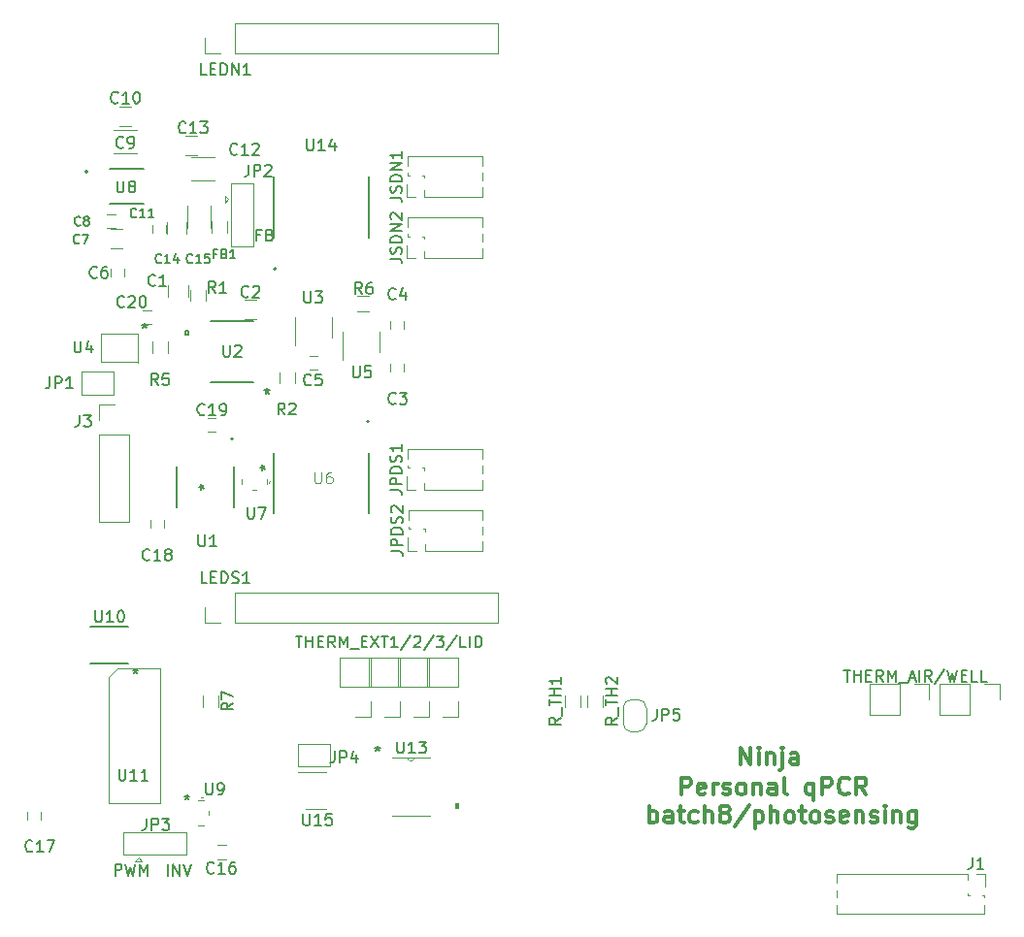
<source format=gto>
G04 #@! TF.GenerationSoftware,KiCad,Pcbnew,(5.1.6-0-10_14)*
G04 #@! TF.CreationDate,2021-06-29T11:57:39+09:00*
G04 #@! TF.ProjectId,qPCR-photosensing,71504352-2d70-4686-9f74-6f73656e7369,rev?*
G04 #@! TF.SameCoordinates,Original*
G04 #@! TF.FileFunction,Legend,Top*
G04 #@! TF.FilePolarity,Positive*
%FSLAX46Y46*%
G04 Gerber Fmt 4.6, Leading zero omitted, Abs format (unit mm)*
G04 Created by KiCad (PCBNEW (5.1.6-0-10_14)) date 2021-06-29 11:57:39*
%MOMM*%
%LPD*%
G01*
G04 APERTURE LIST*
%ADD10C,0.150000*%
%ADD11C,0.300000*%
%ADD12C,0.120000*%
%ADD13C,0.100000*%
%ADD14C,0.200000*%
%ADD15C,0.127000*%
%ADD16C,0.152400*%
%ADD17C,0.015000*%
G04 APERTURE END LIST*
D10*
X146661904Y-106302380D02*
X147233333Y-106302380D01*
X146947619Y-107302380D02*
X146947619Y-106302380D01*
X147566666Y-107302380D02*
X147566666Y-106302380D01*
X147566666Y-106778571D02*
X148138095Y-106778571D01*
X148138095Y-107302380D02*
X148138095Y-106302380D01*
X148614285Y-106778571D02*
X148947619Y-106778571D01*
X149090476Y-107302380D02*
X148614285Y-107302380D01*
X148614285Y-106302380D01*
X149090476Y-106302380D01*
X150090476Y-107302380D02*
X149757142Y-106826190D01*
X149519047Y-107302380D02*
X149519047Y-106302380D01*
X149900000Y-106302380D01*
X149995238Y-106350000D01*
X150042857Y-106397619D01*
X150090476Y-106492857D01*
X150090476Y-106635714D01*
X150042857Y-106730952D01*
X149995238Y-106778571D01*
X149900000Y-106826190D01*
X149519047Y-106826190D01*
X150519047Y-107302380D02*
X150519047Y-106302380D01*
X150852380Y-107016666D01*
X151185714Y-106302380D01*
X151185714Y-107302380D01*
X151423809Y-107397619D02*
X152185714Y-107397619D01*
X152376190Y-107016666D02*
X152852380Y-107016666D01*
X152280952Y-107302380D02*
X152614285Y-106302380D01*
X152947619Y-107302380D01*
X153280952Y-107302380D02*
X153280952Y-106302380D01*
X154328571Y-107302380D02*
X153995238Y-106826190D01*
X153757142Y-107302380D02*
X153757142Y-106302380D01*
X154138095Y-106302380D01*
X154233333Y-106350000D01*
X154280952Y-106397619D01*
X154328571Y-106492857D01*
X154328571Y-106635714D01*
X154280952Y-106730952D01*
X154233333Y-106778571D01*
X154138095Y-106826190D01*
X153757142Y-106826190D01*
X155471428Y-106254761D02*
X154614285Y-107540476D01*
X155709523Y-106302380D02*
X155947619Y-107302380D01*
X156138095Y-106588095D01*
X156328571Y-107302380D01*
X156566666Y-106302380D01*
X156947619Y-106778571D02*
X157280952Y-106778571D01*
X157423809Y-107302380D02*
X156947619Y-107302380D01*
X156947619Y-106302380D01*
X157423809Y-106302380D01*
X158328571Y-107302380D02*
X157852380Y-107302380D01*
X157852380Y-106302380D01*
X159138095Y-107302380D02*
X158661904Y-107302380D01*
X158661904Y-106302380D01*
D11*
X129707142Y-119638571D02*
X129707142Y-118138571D01*
X129707142Y-118710000D02*
X129850000Y-118638571D01*
X130135714Y-118638571D01*
X130278571Y-118710000D01*
X130350000Y-118781428D01*
X130421428Y-118924285D01*
X130421428Y-119352857D01*
X130350000Y-119495714D01*
X130278571Y-119567142D01*
X130135714Y-119638571D01*
X129850000Y-119638571D01*
X129707142Y-119567142D01*
X131707142Y-119638571D02*
X131707142Y-118852857D01*
X131635714Y-118710000D01*
X131492857Y-118638571D01*
X131207142Y-118638571D01*
X131064285Y-118710000D01*
X131707142Y-119567142D02*
X131564285Y-119638571D01*
X131207142Y-119638571D01*
X131064285Y-119567142D01*
X130992857Y-119424285D01*
X130992857Y-119281428D01*
X131064285Y-119138571D01*
X131207142Y-119067142D01*
X131564285Y-119067142D01*
X131707142Y-118995714D01*
X132207142Y-118638571D02*
X132778571Y-118638571D01*
X132421428Y-118138571D02*
X132421428Y-119424285D01*
X132492857Y-119567142D01*
X132635714Y-119638571D01*
X132778571Y-119638571D01*
X133921428Y-119567142D02*
X133778571Y-119638571D01*
X133492857Y-119638571D01*
X133350000Y-119567142D01*
X133278571Y-119495714D01*
X133207142Y-119352857D01*
X133207142Y-118924285D01*
X133278571Y-118781428D01*
X133350000Y-118710000D01*
X133492857Y-118638571D01*
X133778571Y-118638571D01*
X133921428Y-118710000D01*
X134564285Y-119638571D02*
X134564285Y-118138571D01*
X135207142Y-119638571D02*
X135207142Y-118852857D01*
X135135714Y-118710000D01*
X134992857Y-118638571D01*
X134778571Y-118638571D01*
X134635714Y-118710000D01*
X134564285Y-118781428D01*
X136135714Y-118781428D02*
X135992857Y-118710000D01*
X135921428Y-118638571D01*
X135850000Y-118495714D01*
X135850000Y-118424285D01*
X135921428Y-118281428D01*
X135992857Y-118210000D01*
X136135714Y-118138571D01*
X136421428Y-118138571D01*
X136564285Y-118210000D01*
X136635714Y-118281428D01*
X136707142Y-118424285D01*
X136707142Y-118495714D01*
X136635714Y-118638571D01*
X136564285Y-118710000D01*
X136421428Y-118781428D01*
X136135714Y-118781428D01*
X135992857Y-118852857D01*
X135921428Y-118924285D01*
X135850000Y-119067142D01*
X135850000Y-119352857D01*
X135921428Y-119495714D01*
X135992857Y-119567142D01*
X136135714Y-119638571D01*
X136421428Y-119638571D01*
X136564285Y-119567142D01*
X136635714Y-119495714D01*
X136707142Y-119352857D01*
X136707142Y-119067142D01*
X136635714Y-118924285D01*
X136564285Y-118852857D01*
X136421428Y-118781428D01*
X138421428Y-118067142D02*
X137135714Y-119995714D01*
X138921428Y-118638571D02*
X138921428Y-120138571D01*
X138921428Y-118710000D02*
X139064285Y-118638571D01*
X139350000Y-118638571D01*
X139492857Y-118710000D01*
X139564285Y-118781428D01*
X139635714Y-118924285D01*
X139635714Y-119352857D01*
X139564285Y-119495714D01*
X139492857Y-119567142D01*
X139350000Y-119638571D01*
X139064285Y-119638571D01*
X138921428Y-119567142D01*
X140278571Y-119638571D02*
X140278571Y-118138571D01*
X140921428Y-119638571D02*
X140921428Y-118852857D01*
X140850000Y-118710000D01*
X140707142Y-118638571D01*
X140492857Y-118638571D01*
X140350000Y-118710000D01*
X140278571Y-118781428D01*
X141850000Y-119638571D02*
X141707142Y-119567142D01*
X141635714Y-119495714D01*
X141564285Y-119352857D01*
X141564285Y-118924285D01*
X141635714Y-118781428D01*
X141707142Y-118710000D01*
X141850000Y-118638571D01*
X142064285Y-118638571D01*
X142207142Y-118710000D01*
X142278571Y-118781428D01*
X142350000Y-118924285D01*
X142350000Y-119352857D01*
X142278571Y-119495714D01*
X142207142Y-119567142D01*
X142064285Y-119638571D01*
X141850000Y-119638571D01*
X142778571Y-118638571D02*
X143350000Y-118638571D01*
X142992857Y-118138571D02*
X142992857Y-119424285D01*
X143064285Y-119567142D01*
X143207142Y-119638571D01*
X143350000Y-119638571D01*
X144064285Y-119638571D02*
X143921428Y-119567142D01*
X143850000Y-119495714D01*
X143778571Y-119352857D01*
X143778571Y-118924285D01*
X143850000Y-118781428D01*
X143921428Y-118710000D01*
X144064285Y-118638571D01*
X144278571Y-118638571D01*
X144421428Y-118710000D01*
X144492857Y-118781428D01*
X144564285Y-118924285D01*
X144564285Y-119352857D01*
X144492857Y-119495714D01*
X144421428Y-119567142D01*
X144278571Y-119638571D01*
X144064285Y-119638571D01*
X145135714Y-119567142D02*
X145278571Y-119638571D01*
X145564285Y-119638571D01*
X145707142Y-119567142D01*
X145778571Y-119424285D01*
X145778571Y-119352857D01*
X145707142Y-119210000D01*
X145564285Y-119138571D01*
X145350000Y-119138571D01*
X145207142Y-119067142D01*
X145135714Y-118924285D01*
X145135714Y-118852857D01*
X145207142Y-118710000D01*
X145350000Y-118638571D01*
X145564285Y-118638571D01*
X145707142Y-118710000D01*
X146992857Y-119567142D02*
X146850000Y-119638571D01*
X146564285Y-119638571D01*
X146421428Y-119567142D01*
X146350000Y-119424285D01*
X146350000Y-118852857D01*
X146421428Y-118710000D01*
X146564285Y-118638571D01*
X146850000Y-118638571D01*
X146992857Y-118710000D01*
X147064285Y-118852857D01*
X147064285Y-118995714D01*
X146350000Y-119138571D01*
X147707142Y-118638571D02*
X147707142Y-119638571D01*
X147707142Y-118781428D02*
X147778571Y-118710000D01*
X147921428Y-118638571D01*
X148135714Y-118638571D01*
X148278571Y-118710000D01*
X148350000Y-118852857D01*
X148350000Y-119638571D01*
X148992857Y-119567142D02*
X149135714Y-119638571D01*
X149421428Y-119638571D01*
X149564285Y-119567142D01*
X149635714Y-119424285D01*
X149635714Y-119352857D01*
X149564285Y-119210000D01*
X149421428Y-119138571D01*
X149207142Y-119138571D01*
X149064285Y-119067142D01*
X148992857Y-118924285D01*
X148992857Y-118852857D01*
X149064285Y-118710000D01*
X149207142Y-118638571D01*
X149421428Y-118638571D01*
X149564285Y-118710000D01*
X150278571Y-119638571D02*
X150278571Y-118638571D01*
X150278571Y-118138571D02*
X150207142Y-118210000D01*
X150278571Y-118281428D01*
X150350000Y-118210000D01*
X150278571Y-118138571D01*
X150278571Y-118281428D01*
X150992857Y-118638571D02*
X150992857Y-119638571D01*
X150992857Y-118781428D02*
X151064285Y-118710000D01*
X151207142Y-118638571D01*
X151421428Y-118638571D01*
X151564285Y-118710000D01*
X151635714Y-118852857D01*
X151635714Y-119638571D01*
X152992857Y-118638571D02*
X152992857Y-119852857D01*
X152921428Y-119995714D01*
X152850000Y-120067142D01*
X152707142Y-120138571D01*
X152492857Y-120138571D01*
X152350000Y-120067142D01*
X152992857Y-119567142D02*
X152850000Y-119638571D01*
X152564285Y-119638571D01*
X152421428Y-119567142D01*
X152350000Y-119495714D01*
X152278571Y-119352857D01*
X152278571Y-118924285D01*
X152350000Y-118781428D01*
X152421428Y-118710000D01*
X152564285Y-118638571D01*
X152850000Y-118638571D01*
X152992857Y-118710000D01*
X132484285Y-117188571D02*
X132484285Y-115688571D01*
X133055714Y-115688571D01*
X133198571Y-115760000D01*
X133270000Y-115831428D01*
X133341428Y-115974285D01*
X133341428Y-116188571D01*
X133270000Y-116331428D01*
X133198571Y-116402857D01*
X133055714Y-116474285D01*
X132484285Y-116474285D01*
X134555714Y-117117142D02*
X134412857Y-117188571D01*
X134127142Y-117188571D01*
X133984285Y-117117142D01*
X133912857Y-116974285D01*
X133912857Y-116402857D01*
X133984285Y-116260000D01*
X134127142Y-116188571D01*
X134412857Y-116188571D01*
X134555714Y-116260000D01*
X134627142Y-116402857D01*
X134627142Y-116545714D01*
X133912857Y-116688571D01*
X135270000Y-117188571D02*
X135270000Y-116188571D01*
X135270000Y-116474285D02*
X135341428Y-116331428D01*
X135412857Y-116260000D01*
X135555714Y-116188571D01*
X135698571Y-116188571D01*
X136127142Y-117117142D02*
X136270000Y-117188571D01*
X136555714Y-117188571D01*
X136698571Y-117117142D01*
X136770000Y-116974285D01*
X136770000Y-116902857D01*
X136698571Y-116760000D01*
X136555714Y-116688571D01*
X136341428Y-116688571D01*
X136198571Y-116617142D01*
X136127142Y-116474285D01*
X136127142Y-116402857D01*
X136198571Y-116260000D01*
X136341428Y-116188571D01*
X136555714Y-116188571D01*
X136698571Y-116260000D01*
X137627142Y-117188571D02*
X137484285Y-117117142D01*
X137412857Y-117045714D01*
X137341428Y-116902857D01*
X137341428Y-116474285D01*
X137412857Y-116331428D01*
X137484285Y-116260000D01*
X137627142Y-116188571D01*
X137841428Y-116188571D01*
X137984285Y-116260000D01*
X138055714Y-116331428D01*
X138127142Y-116474285D01*
X138127142Y-116902857D01*
X138055714Y-117045714D01*
X137984285Y-117117142D01*
X137841428Y-117188571D01*
X137627142Y-117188571D01*
X138770000Y-116188571D02*
X138770000Y-117188571D01*
X138770000Y-116331428D02*
X138841428Y-116260000D01*
X138984285Y-116188571D01*
X139198571Y-116188571D01*
X139341428Y-116260000D01*
X139412857Y-116402857D01*
X139412857Y-117188571D01*
X140770000Y-117188571D02*
X140770000Y-116402857D01*
X140698571Y-116260000D01*
X140555714Y-116188571D01*
X140270000Y-116188571D01*
X140127142Y-116260000D01*
X140770000Y-117117142D02*
X140627142Y-117188571D01*
X140270000Y-117188571D01*
X140127142Y-117117142D01*
X140055714Y-116974285D01*
X140055714Y-116831428D01*
X140127142Y-116688571D01*
X140270000Y-116617142D01*
X140627142Y-116617142D01*
X140770000Y-116545714D01*
X141698571Y-117188571D02*
X141555714Y-117117142D01*
X141484285Y-116974285D01*
X141484285Y-115688571D01*
X144055714Y-116188571D02*
X144055714Y-117688571D01*
X144055714Y-117117142D02*
X143912857Y-117188571D01*
X143627142Y-117188571D01*
X143484285Y-117117142D01*
X143412857Y-117045714D01*
X143341428Y-116902857D01*
X143341428Y-116474285D01*
X143412857Y-116331428D01*
X143484285Y-116260000D01*
X143627142Y-116188571D01*
X143912857Y-116188571D01*
X144055714Y-116260000D01*
X144770000Y-117188571D02*
X144770000Y-115688571D01*
X145341428Y-115688571D01*
X145484285Y-115760000D01*
X145555714Y-115831428D01*
X145627142Y-115974285D01*
X145627142Y-116188571D01*
X145555714Y-116331428D01*
X145484285Y-116402857D01*
X145341428Y-116474285D01*
X144770000Y-116474285D01*
X147127142Y-117045714D02*
X147055714Y-117117142D01*
X146841428Y-117188571D01*
X146698571Y-117188571D01*
X146484285Y-117117142D01*
X146341428Y-116974285D01*
X146270000Y-116831428D01*
X146198571Y-116545714D01*
X146198571Y-116331428D01*
X146270000Y-116045714D01*
X146341428Y-115902857D01*
X146484285Y-115760000D01*
X146698571Y-115688571D01*
X146841428Y-115688571D01*
X147055714Y-115760000D01*
X147127142Y-115831428D01*
X148627142Y-117188571D02*
X148127142Y-116474285D01*
X147770000Y-117188571D02*
X147770000Y-115688571D01*
X148341428Y-115688571D01*
X148484285Y-115760000D01*
X148555714Y-115831428D01*
X148627142Y-115974285D01*
X148627142Y-116188571D01*
X148555714Y-116331428D01*
X148484285Y-116402857D01*
X148341428Y-116474285D01*
X147770000Y-116474285D01*
X137680000Y-114558571D02*
X137680000Y-113058571D01*
X138537142Y-114558571D01*
X138537142Y-113058571D01*
X139251428Y-114558571D02*
X139251428Y-113558571D01*
X139251428Y-113058571D02*
X139180000Y-113130000D01*
X139251428Y-113201428D01*
X139322857Y-113130000D01*
X139251428Y-113058571D01*
X139251428Y-113201428D01*
X139965714Y-113558571D02*
X139965714Y-114558571D01*
X139965714Y-113701428D02*
X140037142Y-113630000D01*
X140180000Y-113558571D01*
X140394285Y-113558571D01*
X140537142Y-113630000D01*
X140608571Y-113772857D01*
X140608571Y-114558571D01*
X141322857Y-113558571D02*
X141322857Y-114844285D01*
X141251428Y-114987142D01*
X141108571Y-115058571D01*
X141037142Y-115058571D01*
X141322857Y-113058571D02*
X141251428Y-113130000D01*
X141322857Y-113201428D01*
X141394285Y-113130000D01*
X141322857Y-113058571D01*
X141322857Y-113201428D01*
X142680000Y-114558571D02*
X142680000Y-113772857D01*
X142608571Y-113630000D01*
X142465714Y-113558571D01*
X142180000Y-113558571D01*
X142037142Y-113630000D01*
X142680000Y-114487142D02*
X142537142Y-114558571D01*
X142180000Y-114558571D01*
X142037142Y-114487142D01*
X141965714Y-114344285D01*
X141965714Y-114201428D01*
X142037142Y-114058571D01*
X142180000Y-113987142D01*
X142537142Y-113987142D01*
X142680000Y-113915714D01*
D10*
X95742857Y-68328571D02*
X95409523Y-68328571D01*
X95409523Y-68852380D02*
X95409523Y-67852380D01*
X95885714Y-67852380D01*
X96600000Y-68328571D02*
X96742857Y-68376190D01*
X96790476Y-68423809D01*
X96838095Y-68519047D01*
X96838095Y-68661904D01*
X96790476Y-68757142D01*
X96742857Y-68804761D01*
X96647619Y-68852380D01*
X96266666Y-68852380D01*
X96266666Y-67852380D01*
X96600000Y-67852380D01*
X96695238Y-67900000D01*
X96742857Y-67947619D01*
X96790476Y-68042857D01*
X96790476Y-68138095D01*
X96742857Y-68233333D01*
X96695238Y-68280952D01*
X96600000Y-68328571D01*
X96266666Y-68328571D01*
X83105238Y-124232380D02*
X83105238Y-123232380D01*
X83486190Y-123232380D01*
X83581428Y-123280000D01*
X83629047Y-123327619D01*
X83676666Y-123422857D01*
X83676666Y-123565714D01*
X83629047Y-123660952D01*
X83581428Y-123708571D01*
X83486190Y-123756190D01*
X83105238Y-123756190D01*
X84010000Y-123232380D02*
X84248095Y-124232380D01*
X84438571Y-123518095D01*
X84629047Y-124232380D01*
X84867142Y-123232380D01*
X85248095Y-124232380D02*
X85248095Y-123232380D01*
X85581428Y-123946666D01*
X85914761Y-123232380D01*
X85914761Y-124232380D01*
X87697619Y-124232380D02*
X87697619Y-123232380D01*
X88173809Y-124232380D02*
X88173809Y-123232380D01*
X88745238Y-124232380D01*
X88745238Y-123232380D01*
X89078571Y-123232380D02*
X89411904Y-124232380D01*
X89745238Y-123232380D01*
X98853333Y-103332380D02*
X99424761Y-103332380D01*
X99139047Y-104332380D02*
X99139047Y-103332380D01*
X99758095Y-104332380D02*
X99758095Y-103332380D01*
X99758095Y-103808571D02*
X100329523Y-103808571D01*
X100329523Y-104332380D02*
X100329523Y-103332380D01*
X100805714Y-103808571D02*
X101139047Y-103808571D01*
X101281904Y-104332380D02*
X100805714Y-104332380D01*
X100805714Y-103332380D01*
X101281904Y-103332380D01*
X102281904Y-104332380D02*
X101948571Y-103856190D01*
X101710476Y-104332380D02*
X101710476Y-103332380D01*
X102091428Y-103332380D01*
X102186666Y-103380000D01*
X102234285Y-103427619D01*
X102281904Y-103522857D01*
X102281904Y-103665714D01*
X102234285Y-103760952D01*
X102186666Y-103808571D01*
X102091428Y-103856190D01*
X101710476Y-103856190D01*
X102710476Y-104332380D02*
X102710476Y-103332380D01*
X103043809Y-104046666D01*
X103377142Y-103332380D01*
X103377142Y-104332380D01*
X103615238Y-104427619D02*
X104377142Y-104427619D01*
X104615238Y-103808571D02*
X104948571Y-103808571D01*
X105091428Y-104332380D02*
X104615238Y-104332380D01*
X104615238Y-103332380D01*
X105091428Y-103332380D01*
X105424761Y-103332380D02*
X106091428Y-104332380D01*
X106091428Y-103332380D02*
X105424761Y-104332380D01*
X106329523Y-103332380D02*
X106900952Y-103332380D01*
X106615238Y-104332380D02*
X106615238Y-103332380D01*
X107758095Y-104332380D02*
X107186666Y-104332380D01*
X107472380Y-104332380D02*
X107472380Y-103332380D01*
X107377142Y-103475238D01*
X107281904Y-103570476D01*
X107186666Y-103618095D01*
X108900952Y-103284761D02*
X108043809Y-104570476D01*
X109186666Y-103427619D02*
X109234285Y-103380000D01*
X109329523Y-103332380D01*
X109567619Y-103332380D01*
X109662857Y-103380000D01*
X109710476Y-103427619D01*
X109758095Y-103522857D01*
X109758095Y-103618095D01*
X109710476Y-103760952D01*
X109139047Y-104332380D01*
X109758095Y-104332380D01*
X110900952Y-103284761D02*
X110043809Y-104570476D01*
X111139047Y-103332380D02*
X111758095Y-103332380D01*
X111424761Y-103713333D01*
X111567619Y-103713333D01*
X111662857Y-103760952D01*
X111710476Y-103808571D01*
X111758095Y-103903809D01*
X111758095Y-104141904D01*
X111710476Y-104237142D01*
X111662857Y-104284761D01*
X111567619Y-104332380D01*
X111281904Y-104332380D01*
X111186666Y-104284761D01*
X111139047Y-104237142D01*
X112900952Y-103284761D02*
X112043809Y-104570476D01*
X113710476Y-104332380D02*
X113234285Y-104332380D01*
X113234285Y-103332380D01*
X114043809Y-104332380D02*
X114043809Y-103332380D01*
X114520000Y-104332380D02*
X114520000Y-103332380D01*
X114758095Y-103332380D01*
X114900952Y-103380000D01*
X114996190Y-103475238D01*
X115043809Y-103570476D01*
X115091428Y-103760952D01*
X115091428Y-103903809D01*
X115043809Y-104094285D01*
X114996190Y-104189523D01*
X114900952Y-104284761D01*
X114758095Y-104332380D01*
X114520000Y-104332380D01*
D12*
X116490000Y-102179500D02*
X116490000Y-99519500D01*
X93570000Y-102179500D02*
X116490000Y-102179500D01*
X93570000Y-99519500D02*
X116490000Y-99519500D01*
X93570000Y-102179500D02*
X93570000Y-99519500D01*
X92300000Y-102179500D02*
X90970000Y-102179500D01*
X90970000Y-102179500D02*
X90970000Y-100849500D01*
D13*
G36*
X113065600Y-117934501D02*
G01*
X113065600Y-118315501D01*
X112811600Y-118315501D01*
X112811600Y-117934501D01*
X113065600Y-117934501D01*
G37*
X113065600Y-117934501D02*
X113065600Y-118315501D01*
X112811600Y-118315501D01*
X112811600Y-117934501D01*
X113065600Y-117934501D01*
D12*
X110563811Y-113947300D02*
X107236189Y-113947300D01*
X107236189Y-119052700D02*
X110563811Y-119052700D01*
X108595200Y-113947300D02*
G75*
G03*
X109204800Y-113947300I304800J0D01*
G01*
D14*
X93375000Y-86130000D02*
G75*
G03*
X93375000Y-86130000I-100000J0D01*
G01*
D15*
X93500000Y-88555000D02*
X93500000Y-92085000D01*
X88500000Y-92085000D02*
X88500000Y-88555000D01*
D12*
X154130000Y-107540000D02*
X154130000Y-108870000D01*
X152800000Y-107540000D02*
X154130000Y-107540000D01*
X151530000Y-107540000D02*
X151530000Y-110200000D01*
X151530000Y-110200000D02*
X148930000Y-110200000D01*
X151530000Y-107540000D02*
X148930000Y-107540000D01*
X148930000Y-107540000D02*
X148930000Y-110200000D01*
X87400000Y-93220000D02*
X87400000Y-93920000D01*
X86200000Y-93920000D02*
X86200000Y-93220000D01*
X82550000Y-117950000D02*
X82550000Y-106950000D01*
X87050000Y-117950000D02*
X82550000Y-117950000D01*
X87050000Y-106150000D02*
X87050000Y-117950000D01*
X83350000Y-106150000D02*
X87050000Y-106150000D01*
X82550000Y-106950000D02*
X83350000Y-106150000D01*
X80200000Y-82270000D02*
X80200000Y-80270000D01*
X83000000Y-82270000D02*
X80200000Y-82270000D01*
X83000000Y-80270000D02*
X83000000Y-82270000D01*
X80200000Y-80270000D02*
X83000000Y-80270000D01*
X86320000Y-78650000D02*
X86320000Y-77650000D01*
X87680000Y-77650000D02*
X87680000Y-78650000D01*
X85070000Y-76910000D02*
X85070000Y-79460000D01*
X81870000Y-76910000D02*
X85070000Y-76910000D01*
X81870000Y-79410000D02*
X81870000Y-76910000D01*
X85070000Y-79410000D02*
X81870000Y-79410000D01*
X85550000Y-74900000D02*
X86250000Y-74900000D01*
X86250000Y-76100000D02*
X85550000Y-76100000D01*
X89450000Y-73700000D02*
X89450000Y-72700000D01*
X87750000Y-72700000D02*
X87750000Y-73700000D01*
X94400000Y-75700000D02*
X95400000Y-75700000D01*
X95400000Y-74000000D02*
X94400000Y-74000000D01*
X107096000Y-80230000D02*
X107096000Y-79530000D01*
X108296000Y-79530000D02*
X108296000Y-80230000D01*
X108296000Y-75850000D02*
X108296000Y-76550000D01*
X107096000Y-76550000D02*
X107096000Y-75850000D01*
X100750000Y-80100000D02*
X100050000Y-80100000D01*
X100050000Y-78900000D02*
X100750000Y-78900000D01*
X82720000Y-71960000D02*
X82720000Y-71260000D01*
X83920000Y-71260000D02*
X83920000Y-71960000D01*
X83700000Y-67800000D02*
X82700000Y-67800000D01*
X82700000Y-69500000D02*
X83700000Y-69500000D01*
X83000000Y-61220000D02*
X85000000Y-61220000D01*
X85000000Y-59180000D02*
X83000000Y-59180000D01*
X91750000Y-61530000D02*
X89750000Y-61530000D01*
X89750000Y-63570000D02*
X91750000Y-63570000D01*
X87650000Y-67250000D02*
X87650000Y-68250000D01*
X89350000Y-68250000D02*
X89350000Y-67250000D01*
X89430000Y-65750000D02*
X89430000Y-67750000D01*
X91470000Y-67750000D02*
X91470000Y-65750000D01*
X91520000Y-68150000D02*
X91520000Y-67150000D01*
X92880000Y-67150000D02*
X92880000Y-68150000D01*
X90970000Y-52480500D02*
X90970000Y-51150500D01*
X92300000Y-52480500D02*
X90970000Y-52480500D01*
X93570000Y-52480500D02*
X93570000Y-49820500D01*
X93570000Y-49820500D02*
X116490000Y-49820500D01*
X93570000Y-52480500D02*
X116490000Y-52480500D01*
X116490000Y-52480500D02*
X116490000Y-49820500D01*
X92700000Y-65500000D02*
X93000000Y-65200000D01*
X92700000Y-64900000D02*
X92700000Y-65500000D01*
X93000000Y-65200000D02*
X92700000Y-64900000D01*
X93250000Y-63850000D02*
X95200000Y-63850000D01*
X93250000Y-69350000D02*
X93250000Y-63850000D01*
X95200000Y-69350000D02*
X93250000Y-69350000D01*
X95200000Y-63850000D02*
X95200000Y-69350000D01*
X83800000Y-120500000D02*
X89300000Y-120500000D01*
X89300000Y-120500000D02*
X89300000Y-122450000D01*
X89300000Y-122450000D02*
X83800000Y-122450000D01*
X83800000Y-122450000D02*
X83800000Y-120500000D01*
X85150000Y-122700000D02*
X84850000Y-123000000D01*
X84850000Y-123000000D02*
X85450000Y-123000000D01*
X85450000Y-123000000D02*
X85150000Y-122700000D01*
X99085000Y-112730000D02*
X101885000Y-112730000D01*
X101885000Y-112730000D02*
X101885000Y-114730000D01*
X101885000Y-114730000D02*
X99085000Y-114730000D01*
X99085000Y-114730000D02*
X99085000Y-112730000D01*
X89620000Y-74100000D02*
X89620000Y-73100000D01*
X90980000Y-73100000D02*
X90980000Y-74100000D01*
X97420000Y-81300000D02*
X97420000Y-80300000D01*
X98780000Y-80300000D02*
X98780000Y-81300000D01*
X105230000Y-75020000D02*
X104230000Y-75020000D01*
X104230000Y-73660000D02*
X105230000Y-73660000D01*
X92080000Y-108500000D02*
X92080000Y-109500000D01*
X90720000Y-109500000D02*
X90720000Y-108500000D01*
D16*
X89490000Y-77065499D02*
X89236000Y-77065499D01*
X89490000Y-76684499D02*
X89490000Y-77065499D01*
X89236000Y-76684499D02*
X89490000Y-76684499D01*
X89236000Y-77065499D02*
X89236000Y-76684499D01*
X91460576Y-81179700D02*
X95139424Y-81179700D01*
X95139424Y-75820300D02*
X91460576Y-75820300D01*
D14*
X105255000Y-84595000D02*
G75*
G03*
X105255000Y-84595000I-100000J0D01*
G01*
D15*
X105235000Y-87350000D02*
X105235000Y-92650000D01*
X96965000Y-87350000D02*
X96965000Y-92650000D01*
X82620001Y-65610001D02*
X85620001Y-65610001D01*
X82620001Y-62540001D02*
X85620001Y-62540001D01*
D14*
X80700001Y-62820001D02*
G75*
G03*
X80700001Y-62820001I-100000J0D01*
G01*
D16*
X80953000Y-105767000D02*
X84207000Y-105767000D01*
X84207000Y-102513000D02*
X80953000Y-102513000D01*
D15*
X105235000Y-68550000D02*
X105235000Y-63250000D01*
X96965000Y-68550000D02*
X96965000Y-63250000D01*
D14*
X97145000Y-71305000D02*
G75*
G03*
X97145000Y-71305000I-100000J0D01*
G01*
D12*
X105370000Y-110400000D02*
X104040000Y-110400000D01*
X105370000Y-109070000D02*
X105370000Y-110400000D01*
X105370000Y-107800000D02*
X102710000Y-107800000D01*
X102710000Y-107800000D02*
X102710000Y-105200000D01*
X105370000Y-107800000D02*
X105370000Y-105200000D01*
X105370000Y-105200000D02*
X102710000Y-105200000D01*
X107910000Y-105200000D02*
X105250000Y-105200000D01*
X107910000Y-107800000D02*
X107910000Y-105200000D01*
X105250000Y-107800000D02*
X105250000Y-105200000D01*
X107910000Y-107800000D02*
X105250000Y-107800000D01*
X107910000Y-109070000D02*
X107910000Y-110400000D01*
X107910000Y-110400000D02*
X106580000Y-110400000D01*
X110450000Y-110400000D02*
X109120000Y-110400000D01*
X110450000Y-109070000D02*
X110450000Y-110400000D01*
X110450000Y-107800000D02*
X107790000Y-107800000D01*
X107790000Y-107800000D02*
X107790000Y-105200000D01*
X110450000Y-107800000D02*
X110450000Y-105200000D01*
X110450000Y-105200000D02*
X107790000Y-105200000D01*
X112990000Y-105200000D02*
X110330000Y-105200000D01*
X112990000Y-107800000D02*
X112990000Y-105200000D01*
X110330000Y-107800000D02*
X110330000Y-105200000D01*
X112990000Y-107800000D02*
X110330000Y-107800000D01*
X112990000Y-109070000D02*
X112990000Y-110400000D01*
X112990000Y-110400000D02*
X111660000Y-110400000D01*
X155050000Y-107540000D02*
X155050000Y-110200000D01*
X157650000Y-107540000D02*
X155050000Y-107540000D01*
X157650000Y-110200000D02*
X155050000Y-110200000D01*
X157650000Y-107540000D02*
X157650000Y-110200000D01*
X158920000Y-107540000D02*
X160250000Y-107540000D01*
X160250000Y-107540000D02*
X160250000Y-108870000D01*
X81690000Y-83130000D02*
X83020000Y-83130000D01*
X81690000Y-84460000D02*
X81690000Y-83130000D01*
X81690000Y-85730000D02*
X84350000Y-85730000D01*
X84350000Y-85730000D02*
X84350000Y-93410000D01*
X81690000Y-85730000D02*
X81690000Y-93410000D01*
X81690000Y-93410000D02*
X84350000Y-93410000D01*
X82400000Y-66500000D02*
X83100000Y-66500000D01*
X83100000Y-67700000D02*
X82400000Y-67700000D01*
X84500000Y-57150000D02*
X83500000Y-57150000D01*
X83500000Y-58850000D02*
X84500000Y-58850000D01*
X87550000Y-67450000D02*
X87550000Y-68150000D01*
X86350000Y-68150000D02*
X86350000Y-67450000D01*
X89274999Y-61404999D02*
X90274999Y-61404999D01*
X90274999Y-59704999D02*
X89274999Y-59704999D01*
X92050000Y-121600000D02*
X92750000Y-121600000D01*
X92750000Y-122800000D02*
X92050000Y-122800000D01*
X76600000Y-118650000D02*
X76600000Y-119350000D01*
X75400000Y-119350000D02*
X75400000Y-118650000D01*
X91200000Y-84270000D02*
X91900000Y-84270000D01*
X91900000Y-85470000D02*
X91200000Y-85470000D01*
X98790000Y-75500000D02*
X98790000Y-77950000D01*
X102010000Y-77300000D02*
X102010000Y-75500000D01*
X94170500Y-89610429D02*
X94170500Y-90089571D01*
X95110541Y-90548500D02*
X95389459Y-90548500D01*
X96329500Y-90089571D02*
X96329500Y-89610429D01*
X96532658Y-90077222D02*
G75*
G03*
X96634300Y-89850000I-203158J227222D01*
G01*
X90819571Y-117700500D02*
X90340429Y-117700500D01*
X91278500Y-118919459D02*
X91278500Y-118640541D01*
X90340429Y-119859500D02*
X90819571Y-119859500D01*
X90807222Y-117497342D02*
G75*
G03*
X90580000Y-117395700I-227222J-203158D01*
G01*
X106200000Y-78560000D02*
X106200000Y-76760000D01*
X102980000Y-76760000D02*
X102980000Y-79210000D01*
X101500000Y-115190000D02*
X99050000Y-115190000D01*
X99700000Y-118410000D02*
X101500000Y-118410000D01*
X158960000Y-124070000D02*
X158960000Y-125200000D01*
X158200000Y-124070000D02*
X158960000Y-124070000D01*
X158895000Y-126777530D02*
X158895000Y-127600000D01*
X158895000Y-125960000D02*
X158895000Y-126162470D01*
X158763471Y-125960000D02*
X158895000Y-125960000D01*
X157493471Y-125960000D02*
X157636529Y-125960000D01*
X157440000Y-125763471D02*
X157440000Y-125906529D01*
X157440000Y-124070000D02*
X157440000Y-124636529D01*
X158895000Y-127600000D02*
X146075000Y-127600000D01*
X157440000Y-124070000D02*
X146075000Y-124070000D01*
X146075000Y-125507530D02*
X146075000Y-126162470D01*
X146075000Y-126777530D02*
X146075000Y-127600000D01*
X146075000Y-124070000D02*
X146075000Y-124892470D01*
X128730000Y-111690000D02*
X128130000Y-111690000D01*
X129430000Y-109590000D02*
X129430000Y-110990000D01*
X128130000Y-108890000D02*
X128730000Y-108890000D01*
X127430000Y-110990000D02*
X127430000Y-109590000D01*
X127430000Y-109590000D02*
G75*
G02*
X128130000Y-108890000I700000J0D01*
G01*
X128730000Y-108890000D02*
G75*
G02*
X129430000Y-109590000I0J-700000D01*
G01*
X129430000Y-110990000D02*
G75*
G02*
X128730000Y-111690000I-700000J0D01*
G01*
X128130000Y-111690000D02*
G75*
G02*
X127430000Y-110990000I0J700000D01*
G01*
X108580000Y-90535000D02*
X108580000Y-89405000D01*
X109340000Y-90535000D02*
X108580000Y-90535000D01*
X108645000Y-87827470D02*
X108645000Y-87005000D01*
X108645000Y-88645000D02*
X108645000Y-88442530D01*
X108776529Y-88645000D02*
X108645000Y-88645000D01*
X110046529Y-88645000D02*
X109903471Y-88645000D01*
X110100000Y-88841529D02*
X110100000Y-88698471D01*
X110100000Y-90535000D02*
X110100000Y-89968471D01*
X108645000Y-87005000D02*
X115115000Y-87005000D01*
X110100000Y-90535000D02*
X115115000Y-90535000D01*
X115115000Y-89097470D02*
X115115000Y-88442530D01*
X115115000Y-87827470D02*
X115115000Y-87005000D01*
X115115000Y-90535000D02*
X115115000Y-89712530D01*
X115185000Y-95869000D02*
X115185000Y-95046530D01*
X115185000Y-93161470D02*
X115185000Y-92339000D01*
X115185000Y-94431470D02*
X115185000Y-93776530D01*
X110170000Y-95869000D02*
X115185000Y-95869000D01*
X108715000Y-92339000D02*
X115185000Y-92339000D01*
X110170000Y-95869000D02*
X110170000Y-95302471D01*
X110170000Y-94175529D02*
X110170000Y-94032471D01*
X110116529Y-93979000D02*
X109973471Y-93979000D01*
X108846529Y-93979000D02*
X108715000Y-93979000D01*
X108715000Y-93979000D02*
X108715000Y-93776530D01*
X108715000Y-93161470D02*
X108715000Y-92339000D01*
X109410000Y-95869000D02*
X108650000Y-95869000D01*
X108650000Y-95869000D02*
X108650000Y-94739000D01*
X108580000Y-64995000D02*
X108580000Y-63865000D01*
X109340000Y-64995000D02*
X108580000Y-64995000D01*
X108645000Y-62287470D02*
X108645000Y-61465000D01*
X108645000Y-63105000D02*
X108645000Y-62902530D01*
X108776529Y-63105000D02*
X108645000Y-63105000D01*
X110046529Y-63105000D02*
X109903471Y-63105000D01*
X110100000Y-63301529D02*
X110100000Y-63158471D01*
X110100000Y-64995000D02*
X110100000Y-64428471D01*
X108645000Y-61465000D02*
X115115000Y-61465000D01*
X110100000Y-64995000D02*
X115115000Y-64995000D01*
X115115000Y-63557470D02*
X115115000Y-62902530D01*
X115115000Y-62287470D02*
X115115000Y-61465000D01*
X115115000Y-64995000D02*
X115115000Y-64172530D01*
X115115000Y-70329000D02*
X115115000Y-69506530D01*
X115115000Y-67621470D02*
X115115000Y-66799000D01*
X115115000Y-68891470D02*
X115115000Y-68236530D01*
X110100000Y-70329000D02*
X115115000Y-70329000D01*
X108645000Y-66799000D02*
X115115000Y-66799000D01*
X110100000Y-70329000D02*
X110100000Y-69762471D01*
X110100000Y-68635529D02*
X110100000Y-68492471D01*
X110046529Y-68439000D02*
X109903471Y-68439000D01*
X108776529Y-68439000D02*
X108645000Y-68439000D01*
X108645000Y-68439000D02*
X108645000Y-68236530D01*
X108645000Y-67621470D02*
X108645000Y-66799000D01*
X109340000Y-70329000D02*
X108580000Y-70329000D01*
X108580000Y-70329000D02*
X108580000Y-69199000D01*
X122320000Y-109500000D02*
X122320000Y-108500000D01*
X123680000Y-108500000D02*
X123680000Y-109500000D01*
X124320000Y-109500000D02*
X124320000Y-108500000D01*
X125680000Y-108500000D02*
X125680000Y-109500000D01*
D10*
X91114761Y-98722380D02*
X90638571Y-98722380D01*
X90638571Y-97722380D01*
X91448095Y-98198571D02*
X91781428Y-98198571D01*
X91924285Y-98722380D02*
X91448095Y-98722380D01*
X91448095Y-97722380D01*
X91924285Y-97722380D01*
X92352857Y-98722380D02*
X92352857Y-97722380D01*
X92590952Y-97722380D01*
X92733809Y-97770000D01*
X92829047Y-97865238D01*
X92876666Y-97960476D01*
X92924285Y-98150952D01*
X92924285Y-98293809D01*
X92876666Y-98484285D01*
X92829047Y-98579523D01*
X92733809Y-98674761D01*
X92590952Y-98722380D01*
X92352857Y-98722380D01*
X93305238Y-98674761D02*
X93448095Y-98722380D01*
X93686190Y-98722380D01*
X93781428Y-98674761D01*
X93829047Y-98627142D01*
X93876666Y-98531904D01*
X93876666Y-98436666D01*
X93829047Y-98341428D01*
X93781428Y-98293809D01*
X93686190Y-98246190D01*
X93495714Y-98198571D01*
X93400476Y-98150952D01*
X93352857Y-98103333D01*
X93305238Y-98008095D01*
X93305238Y-97912857D01*
X93352857Y-97817619D01*
X93400476Y-97770000D01*
X93495714Y-97722380D01*
X93733809Y-97722380D01*
X93876666Y-97770000D01*
X94829047Y-98722380D02*
X94257619Y-98722380D01*
X94543333Y-98722380D02*
X94543333Y-97722380D01*
X94448095Y-97865238D01*
X94352857Y-97960476D01*
X94257619Y-98008095D01*
X107701904Y-112552380D02*
X107701904Y-113361904D01*
X107749523Y-113457142D01*
X107797142Y-113504761D01*
X107892380Y-113552380D01*
X108082857Y-113552380D01*
X108178095Y-113504761D01*
X108225714Y-113457142D01*
X108273333Y-113361904D01*
X108273333Y-112552380D01*
X109273333Y-113552380D02*
X108701904Y-113552380D01*
X108987619Y-113552380D02*
X108987619Y-112552380D01*
X108892380Y-112695238D01*
X108797142Y-112790476D01*
X108701904Y-112838095D01*
X109606666Y-112552380D02*
X110225714Y-112552380D01*
X109892380Y-112933333D01*
X110035238Y-112933333D01*
X110130476Y-112980952D01*
X110178095Y-113028571D01*
X110225714Y-113123809D01*
X110225714Y-113361904D01*
X110178095Y-113457142D01*
X110130476Y-113504761D01*
X110035238Y-113552380D01*
X109749523Y-113552380D01*
X109654285Y-113504761D01*
X109606666Y-113457142D01*
X106001600Y-112953779D02*
X106001600Y-113191875D01*
X105763504Y-113096637D02*
X106001600Y-113191875D01*
X106239695Y-113096637D01*
X105858742Y-113382351D02*
X106001600Y-113191875D01*
X106144457Y-113382351D01*
X106001600Y-112953779D02*
X106001600Y-113191875D01*
X105763504Y-113096637D02*
X106001600Y-113191875D01*
X106239695Y-113096637D01*
X105858742Y-113382351D02*
X106001600Y-113191875D01*
X106144457Y-113382351D01*
X90378095Y-94502380D02*
X90378095Y-95311904D01*
X90425714Y-95407142D01*
X90473333Y-95454761D01*
X90568571Y-95502380D01*
X90759047Y-95502380D01*
X90854285Y-95454761D01*
X90901904Y-95407142D01*
X90949523Y-95311904D01*
X90949523Y-94502380D01*
X91949523Y-95502380D02*
X91378095Y-95502380D01*
X91663809Y-95502380D02*
X91663809Y-94502380D01*
X91568571Y-94645238D01*
X91473333Y-94740476D01*
X91378095Y-94788095D01*
X90452380Y-90320000D02*
X90690476Y-90320000D01*
X90595238Y-90558095D02*
X90690476Y-90320000D01*
X90595238Y-90081904D01*
X90880952Y-90462857D02*
X90690476Y-90320000D01*
X90880952Y-90177142D01*
X86117142Y-96647142D02*
X86069523Y-96694761D01*
X85926666Y-96742380D01*
X85831428Y-96742380D01*
X85688571Y-96694761D01*
X85593333Y-96599523D01*
X85545714Y-96504285D01*
X85498095Y-96313809D01*
X85498095Y-96170952D01*
X85545714Y-95980476D01*
X85593333Y-95885238D01*
X85688571Y-95790000D01*
X85831428Y-95742380D01*
X85926666Y-95742380D01*
X86069523Y-95790000D01*
X86117142Y-95837619D01*
X87069523Y-96742380D02*
X86498095Y-96742380D01*
X86783809Y-96742380D02*
X86783809Y-95742380D01*
X86688571Y-95885238D01*
X86593333Y-95980476D01*
X86498095Y-96028095D01*
X87640952Y-96170952D02*
X87545714Y-96123333D01*
X87498095Y-96075714D01*
X87450476Y-95980476D01*
X87450476Y-95932857D01*
X87498095Y-95837619D01*
X87545714Y-95790000D01*
X87640952Y-95742380D01*
X87831428Y-95742380D01*
X87926666Y-95790000D01*
X87974285Y-95837619D01*
X88021904Y-95932857D01*
X88021904Y-95980476D01*
X87974285Y-96075714D01*
X87926666Y-96123333D01*
X87831428Y-96170952D01*
X87640952Y-96170952D01*
X87545714Y-96218571D01*
X87498095Y-96266190D01*
X87450476Y-96361428D01*
X87450476Y-96551904D01*
X87498095Y-96647142D01*
X87545714Y-96694761D01*
X87640952Y-96742380D01*
X87831428Y-96742380D01*
X87926666Y-96694761D01*
X87974285Y-96647142D01*
X88021904Y-96551904D01*
X88021904Y-96361428D01*
X87974285Y-96266190D01*
X87926666Y-96218571D01*
X87831428Y-96170952D01*
X83451904Y-114942380D02*
X83451904Y-115751904D01*
X83499523Y-115847142D01*
X83547142Y-115894761D01*
X83642380Y-115942380D01*
X83832857Y-115942380D01*
X83928095Y-115894761D01*
X83975714Y-115847142D01*
X84023333Y-115751904D01*
X84023333Y-114942380D01*
X85023333Y-115942380D02*
X84451904Y-115942380D01*
X84737619Y-115942380D02*
X84737619Y-114942380D01*
X84642380Y-115085238D01*
X84547142Y-115180476D01*
X84451904Y-115228095D01*
X85975714Y-115942380D02*
X85404285Y-115942380D01*
X85690000Y-115942380D02*
X85690000Y-114942380D01*
X85594761Y-115085238D01*
X85499523Y-115180476D01*
X85404285Y-115228095D01*
X77406666Y-80702380D02*
X77406666Y-81416666D01*
X77359047Y-81559523D01*
X77263809Y-81654761D01*
X77120952Y-81702380D01*
X77025714Y-81702380D01*
X77882857Y-81702380D02*
X77882857Y-80702380D01*
X78263809Y-80702380D01*
X78359047Y-80750000D01*
X78406666Y-80797619D01*
X78454285Y-80892857D01*
X78454285Y-81035714D01*
X78406666Y-81130952D01*
X78359047Y-81178571D01*
X78263809Y-81226190D01*
X77882857Y-81226190D01*
X79406666Y-81702380D02*
X78835238Y-81702380D01*
X79120952Y-81702380D02*
X79120952Y-80702380D01*
X79025714Y-80845238D01*
X78930476Y-80940476D01*
X78835238Y-80988095D01*
X86863333Y-81422380D02*
X86530000Y-80946190D01*
X86291904Y-81422380D02*
X86291904Y-80422380D01*
X86672857Y-80422380D01*
X86768095Y-80470000D01*
X86815714Y-80517619D01*
X86863333Y-80612857D01*
X86863333Y-80755714D01*
X86815714Y-80850952D01*
X86768095Y-80898571D01*
X86672857Y-80946190D01*
X86291904Y-80946190D01*
X87768095Y-80422380D02*
X87291904Y-80422380D01*
X87244285Y-80898571D01*
X87291904Y-80850952D01*
X87387142Y-80803333D01*
X87625238Y-80803333D01*
X87720476Y-80850952D01*
X87768095Y-80898571D01*
X87815714Y-80993809D01*
X87815714Y-81231904D01*
X87768095Y-81327142D01*
X87720476Y-81374761D01*
X87625238Y-81422380D01*
X87387142Y-81422380D01*
X87291904Y-81374761D01*
X87244285Y-81327142D01*
X79558095Y-77592380D02*
X79558095Y-78401904D01*
X79605714Y-78497142D01*
X79653333Y-78544761D01*
X79748571Y-78592380D01*
X79939047Y-78592380D01*
X80034285Y-78544761D01*
X80081904Y-78497142D01*
X80129523Y-78401904D01*
X80129523Y-77592380D01*
X81034285Y-77925714D02*
X81034285Y-78592380D01*
X80796190Y-77544761D02*
X80558095Y-78259047D01*
X81177142Y-78259047D01*
X85670000Y-76012380D02*
X85670000Y-76250476D01*
X85431904Y-76155238D02*
X85670000Y-76250476D01*
X85908095Y-76155238D01*
X85527142Y-76440952D02*
X85670000Y-76250476D01*
X85812857Y-76440952D01*
X83887142Y-74567142D02*
X83839523Y-74614761D01*
X83696666Y-74662380D01*
X83601428Y-74662380D01*
X83458571Y-74614761D01*
X83363333Y-74519523D01*
X83315714Y-74424285D01*
X83268095Y-74233809D01*
X83268095Y-74090952D01*
X83315714Y-73900476D01*
X83363333Y-73805238D01*
X83458571Y-73710000D01*
X83601428Y-73662380D01*
X83696666Y-73662380D01*
X83839523Y-73710000D01*
X83887142Y-73757619D01*
X84268095Y-73757619D02*
X84315714Y-73710000D01*
X84410952Y-73662380D01*
X84649047Y-73662380D01*
X84744285Y-73710000D01*
X84791904Y-73757619D01*
X84839523Y-73852857D01*
X84839523Y-73948095D01*
X84791904Y-74090952D01*
X84220476Y-74662380D01*
X84839523Y-74662380D01*
X85458571Y-73662380D02*
X85553809Y-73662380D01*
X85649047Y-73710000D01*
X85696666Y-73757619D01*
X85744285Y-73852857D01*
X85791904Y-74043333D01*
X85791904Y-74281428D01*
X85744285Y-74471904D01*
X85696666Y-74567142D01*
X85649047Y-74614761D01*
X85553809Y-74662380D01*
X85458571Y-74662380D01*
X85363333Y-74614761D01*
X85315714Y-74567142D01*
X85268095Y-74471904D01*
X85220476Y-74281428D01*
X85220476Y-74043333D01*
X85268095Y-73852857D01*
X85315714Y-73757619D01*
X85363333Y-73710000D01*
X85458571Y-73662380D01*
X86603333Y-72687142D02*
X86555714Y-72734761D01*
X86412857Y-72782380D01*
X86317619Y-72782380D01*
X86174761Y-72734761D01*
X86079523Y-72639523D01*
X86031904Y-72544285D01*
X85984285Y-72353809D01*
X85984285Y-72210952D01*
X86031904Y-72020476D01*
X86079523Y-71925238D01*
X86174761Y-71830000D01*
X86317619Y-71782380D01*
X86412857Y-71782380D01*
X86555714Y-71830000D01*
X86603333Y-71877619D01*
X87555714Y-72782380D02*
X86984285Y-72782380D01*
X87270000Y-72782380D02*
X87270000Y-71782380D01*
X87174761Y-71925238D01*
X87079523Y-72020476D01*
X86984285Y-72068095D01*
X94743333Y-73677142D02*
X94695714Y-73724761D01*
X94552857Y-73772380D01*
X94457619Y-73772380D01*
X94314761Y-73724761D01*
X94219523Y-73629523D01*
X94171904Y-73534285D01*
X94124285Y-73343809D01*
X94124285Y-73200952D01*
X94171904Y-73010476D01*
X94219523Y-72915238D01*
X94314761Y-72820000D01*
X94457619Y-72772380D01*
X94552857Y-72772380D01*
X94695714Y-72820000D01*
X94743333Y-72867619D01*
X95124285Y-72867619D02*
X95171904Y-72820000D01*
X95267142Y-72772380D01*
X95505238Y-72772380D01*
X95600476Y-72820000D01*
X95648095Y-72867619D01*
X95695714Y-72962857D01*
X95695714Y-73058095D01*
X95648095Y-73200952D01*
X95076666Y-73772380D01*
X95695714Y-73772380D01*
X107579333Y-83007142D02*
X107531714Y-83054761D01*
X107388857Y-83102380D01*
X107293619Y-83102380D01*
X107150761Y-83054761D01*
X107055523Y-82959523D01*
X107007904Y-82864285D01*
X106960285Y-82673809D01*
X106960285Y-82530952D01*
X107007904Y-82340476D01*
X107055523Y-82245238D01*
X107150761Y-82150000D01*
X107293619Y-82102380D01*
X107388857Y-82102380D01*
X107531714Y-82150000D01*
X107579333Y-82197619D01*
X107912666Y-82102380D02*
X108531714Y-82102380D01*
X108198380Y-82483333D01*
X108341238Y-82483333D01*
X108436476Y-82530952D01*
X108484095Y-82578571D01*
X108531714Y-82673809D01*
X108531714Y-82911904D01*
X108484095Y-83007142D01*
X108436476Y-83054761D01*
X108341238Y-83102380D01*
X108055523Y-83102380D01*
X107960285Y-83054761D01*
X107912666Y-83007142D01*
X107569333Y-73867142D02*
X107521714Y-73914761D01*
X107378857Y-73962380D01*
X107283619Y-73962380D01*
X107140761Y-73914761D01*
X107045523Y-73819523D01*
X106997904Y-73724285D01*
X106950285Y-73533809D01*
X106950285Y-73390952D01*
X106997904Y-73200476D01*
X107045523Y-73105238D01*
X107140761Y-73010000D01*
X107283619Y-72962380D01*
X107378857Y-72962380D01*
X107521714Y-73010000D01*
X107569333Y-73057619D01*
X108426476Y-73295714D02*
X108426476Y-73962380D01*
X108188380Y-72914761D02*
X107950285Y-73629047D01*
X108569333Y-73629047D01*
X100193333Y-81367142D02*
X100145714Y-81414761D01*
X100002857Y-81462380D01*
X99907619Y-81462380D01*
X99764761Y-81414761D01*
X99669523Y-81319523D01*
X99621904Y-81224285D01*
X99574285Y-81033809D01*
X99574285Y-80890952D01*
X99621904Y-80700476D01*
X99669523Y-80605238D01*
X99764761Y-80510000D01*
X99907619Y-80462380D01*
X100002857Y-80462380D01*
X100145714Y-80510000D01*
X100193333Y-80557619D01*
X101098095Y-80462380D02*
X100621904Y-80462380D01*
X100574285Y-80938571D01*
X100621904Y-80890952D01*
X100717142Y-80843333D01*
X100955238Y-80843333D01*
X101050476Y-80890952D01*
X101098095Y-80938571D01*
X101145714Y-81033809D01*
X101145714Y-81271904D01*
X101098095Y-81367142D01*
X101050476Y-81414761D01*
X100955238Y-81462380D01*
X100717142Y-81462380D01*
X100621904Y-81414761D01*
X100574285Y-81367142D01*
X81513333Y-71997142D02*
X81465714Y-72044761D01*
X81322857Y-72092380D01*
X81227619Y-72092380D01*
X81084761Y-72044761D01*
X80989523Y-71949523D01*
X80941904Y-71854285D01*
X80894285Y-71663809D01*
X80894285Y-71520952D01*
X80941904Y-71330476D01*
X80989523Y-71235238D01*
X81084761Y-71140000D01*
X81227619Y-71092380D01*
X81322857Y-71092380D01*
X81465714Y-71140000D01*
X81513333Y-71187619D01*
X82370476Y-71092380D02*
X82180000Y-71092380D01*
X82084761Y-71140000D01*
X82037142Y-71187619D01*
X81941904Y-71330476D01*
X81894285Y-71520952D01*
X81894285Y-71901904D01*
X81941904Y-71997142D01*
X81989523Y-72044761D01*
X82084761Y-72092380D01*
X82275238Y-72092380D01*
X82370476Y-72044761D01*
X82418095Y-71997142D01*
X82465714Y-71901904D01*
X82465714Y-71663809D01*
X82418095Y-71568571D01*
X82370476Y-71520952D01*
X82275238Y-71473333D01*
X82084761Y-71473333D01*
X81989523Y-71520952D01*
X81941904Y-71568571D01*
X81894285Y-71663809D01*
X79966666Y-68995714D02*
X79928571Y-69033809D01*
X79814285Y-69071904D01*
X79738095Y-69071904D01*
X79623809Y-69033809D01*
X79547619Y-68957619D01*
X79509523Y-68881428D01*
X79471428Y-68729047D01*
X79471428Y-68614761D01*
X79509523Y-68462380D01*
X79547619Y-68386190D01*
X79623809Y-68310000D01*
X79738095Y-68271904D01*
X79814285Y-68271904D01*
X79928571Y-68310000D01*
X79966666Y-68348095D01*
X80233333Y-68271904D02*
X80766666Y-68271904D01*
X80423809Y-69071904D01*
X83813333Y-60647142D02*
X83765714Y-60694761D01*
X83622857Y-60742380D01*
X83527619Y-60742380D01*
X83384761Y-60694761D01*
X83289523Y-60599523D01*
X83241904Y-60504285D01*
X83194285Y-60313809D01*
X83194285Y-60170952D01*
X83241904Y-59980476D01*
X83289523Y-59885238D01*
X83384761Y-59790000D01*
X83527619Y-59742380D01*
X83622857Y-59742380D01*
X83765714Y-59790000D01*
X83813333Y-59837619D01*
X84289523Y-60742380D02*
X84480000Y-60742380D01*
X84575238Y-60694761D01*
X84622857Y-60647142D01*
X84718095Y-60504285D01*
X84765714Y-60313809D01*
X84765714Y-59932857D01*
X84718095Y-59837619D01*
X84670476Y-59790000D01*
X84575238Y-59742380D01*
X84384761Y-59742380D01*
X84289523Y-59790000D01*
X84241904Y-59837619D01*
X84194285Y-59932857D01*
X84194285Y-60170952D01*
X84241904Y-60266190D01*
X84289523Y-60313809D01*
X84384761Y-60361428D01*
X84575238Y-60361428D01*
X84670476Y-60313809D01*
X84718095Y-60266190D01*
X84765714Y-60170952D01*
X93757142Y-61247142D02*
X93709523Y-61294761D01*
X93566666Y-61342380D01*
X93471428Y-61342380D01*
X93328571Y-61294761D01*
X93233333Y-61199523D01*
X93185714Y-61104285D01*
X93138095Y-60913809D01*
X93138095Y-60770952D01*
X93185714Y-60580476D01*
X93233333Y-60485238D01*
X93328571Y-60390000D01*
X93471428Y-60342380D01*
X93566666Y-60342380D01*
X93709523Y-60390000D01*
X93757142Y-60437619D01*
X94709523Y-61342380D02*
X94138095Y-61342380D01*
X94423809Y-61342380D02*
X94423809Y-60342380D01*
X94328571Y-60485238D01*
X94233333Y-60580476D01*
X94138095Y-60628095D01*
X95090476Y-60437619D02*
X95138095Y-60390000D01*
X95233333Y-60342380D01*
X95471428Y-60342380D01*
X95566666Y-60390000D01*
X95614285Y-60437619D01*
X95661904Y-60532857D01*
X95661904Y-60628095D01*
X95614285Y-60770952D01*
X95042857Y-61342380D01*
X95661904Y-61342380D01*
X87135714Y-70695714D02*
X87097619Y-70733809D01*
X86983333Y-70771904D01*
X86907142Y-70771904D01*
X86792857Y-70733809D01*
X86716666Y-70657619D01*
X86678571Y-70581428D01*
X86640476Y-70429047D01*
X86640476Y-70314761D01*
X86678571Y-70162380D01*
X86716666Y-70086190D01*
X86792857Y-70010000D01*
X86907142Y-69971904D01*
X86983333Y-69971904D01*
X87097619Y-70010000D01*
X87135714Y-70048095D01*
X87897619Y-70771904D02*
X87440476Y-70771904D01*
X87669047Y-70771904D02*
X87669047Y-69971904D01*
X87592857Y-70086190D01*
X87516666Y-70162380D01*
X87440476Y-70200476D01*
X88583333Y-70238571D02*
X88583333Y-70771904D01*
X88392857Y-69933809D02*
X88202380Y-70505238D01*
X88697619Y-70505238D01*
X89845714Y-70705714D02*
X89807619Y-70743809D01*
X89693333Y-70781904D01*
X89617142Y-70781904D01*
X89502857Y-70743809D01*
X89426666Y-70667619D01*
X89388571Y-70591428D01*
X89350476Y-70439047D01*
X89350476Y-70324761D01*
X89388571Y-70172380D01*
X89426666Y-70096190D01*
X89502857Y-70020000D01*
X89617142Y-69981904D01*
X89693333Y-69981904D01*
X89807619Y-70020000D01*
X89845714Y-70058095D01*
X90607619Y-70781904D02*
X90150476Y-70781904D01*
X90379047Y-70781904D02*
X90379047Y-69981904D01*
X90302857Y-70096190D01*
X90226666Y-70172380D01*
X90150476Y-70210476D01*
X91331428Y-69981904D02*
X90950476Y-69981904D01*
X90912380Y-70362857D01*
X90950476Y-70324761D01*
X91026666Y-70286666D01*
X91217142Y-70286666D01*
X91293333Y-70324761D01*
X91331428Y-70362857D01*
X91369523Y-70439047D01*
X91369523Y-70629523D01*
X91331428Y-70705714D01*
X91293333Y-70743809D01*
X91217142Y-70781904D01*
X91026666Y-70781904D01*
X90950476Y-70743809D01*
X90912380Y-70705714D01*
X91953333Y-69962857D02*
X91686666Y-69962857D01*
X91686666Y-70381904D02*
X91686666Y-69581904D01*
X92067619Y-69581904D01*
X92639047Y-69962857D02*
X92753333Y-70000952D01*
X92791428Y-70039047D01*
X92829523Y-70115238D01*
X92829523Y-70229523D01*
X92791428Y-70305714D01*
X92753333Y-70343809D01*
X92677142Y-70381904D01*
X92372380Y-70381904D01*
X92372380Y-69581904D01*
X92639047Y-69581904D01*
X92715238Y-69620000D01*
X92753333Y-69658095D01*
X92791428Y-69734285D01*
X92791428Y-69810476D01*
X92753333Y-69886666D01*
X92715238Y-69924761D01*
X92639047Y-69962857D01*
X92372380Y-69962857D01*
X93591428Y-70381904D02*
X93134285Y-70381904D01*
X93362857Y-70381904D02*
X93362857Y-69581904D01*
X93286666Y-69696190D01*
X93210476Y-69772380D01*
X93134285Y-69810476D01*
X91087142Y-54362380D02*
X90610952Y-54362380D01*
X90610952Y-53362380D01*
X91420476Y-53838571D02*
X91753809Y-53838571D01*
X91896666Y-54362380D02*
X91420476Y-54362380D01*
X91420476Y-53362380D01*
X91896666Y-53362380D01*
X92325238Y-54362380D02*
X92325238Y-53362380D01*
X92563333Y-53362380D01*
X92706190Y-53410000D01*
X92801428Y-53505238D01*
X92849047Y-53600476D01*
X92896666Y-53790952D01*
X92896666Y-53933809D01*
X92849047Y-54124285D01*
X92801428Y-54219523D01*
X92706190Y-54314761D01*
X92563333Y-54362380D01*
X92325238Y-54362380D01*
X93325238Y-54362380D02*
X93325238Y-53362380D01*
X93896666Y-54362380D01*
X93896666Y-53362380D01*
X94896666Y-54362380D02*
X94325238Y-54362380D01*
X94610952Y-54362380D02*
X94610952Y-53362380D01*
X94515714Y-53505238D01*
X94420476Y-53600476D01*
X94325238Y-53648095D01*
X94746666Y-62192380D02*
X94746666Y-62906666D01*
X94699047Y-63049523D01*
X94603809Y-63144761D01*
X94460952Y-63192380D01*
X94365714Y-63192380D01*
X95222857Y-63192380D02*
X95222857Y-62192380D01*
X95603809Y-62192380D01*
X95699047Y-62240000D01*
X95746666Y-62287619D01*
X95794285Y-62382857D01*
X95794285Y-62525714D01*
X95746666Y-62620952D01*
X95699047Y-62668571D01*
X95603809Y-62716190D01*
X95222857Y-62716190D01*
X96175238Y-62287619D02*
X96222857Y-62240000D01*
X96318095Y-62192380D01*
X96556190Y-62192380D01*
X96651428Y-62240000D01*
X96699047Y-62287619D01*
X96746666Y-62382857D01*
X96746666Y-62478095D01*
X96699047Y-62620952D01*
X96127619Y-63192380D01*
X96746666Y-63192380D01*
X85826666Y-119272380D02*
X85826666Y-119986666D01*
X85779047Y-120129523D01*
X85683809Y-120224761D01*
X85540952Y-120272380D01*
X85445714Y-120272380D01*
X86302857Y-120272380D02*
X86302857Y-119272380D01*
X86683809Y-119272380D01*
X86779047Y-119320000D01*
X86826666Y-119367619D01*
X86874285Y-119462857D01*
X86874285Y-119605714D01*
X86826666Y-119700952D01*
X86779047Y-119748571D01*
X86683809Y-119796190D01*
X86302857Y-119796190D01*
X87207619Y-119272380D02*
X87826666Y-119272380D01*
X87493333Y-119653333D01*
X87636190Y-119653333D01*
X87731428Y-119700952D01*
X87779047Y-119748571D01*
X87826666Y-119843809D01*
X87826666Y-120081904D01*
X87779047Y-120177142D01*
X87731428Y-120224761D01*
X87636190Y-120272380D01*
X87350476Y-120272380D01*
X87255238Y-120224761D01*
X87207619Y-120177142D01*
X102256666Y-113392380D02*
X102256666Y-114106666D01*
X102209047Y-114249523D01*
X102113809Y-114344761D01*
X101970952Y-114392380D01*
X101875714Y-114392380D01*
X102732857Y-114392380D02*
X102732857Y-113392380D01*
X103113809Y-113392380D01*
X103209047Y-113440000D01*
X103256666Y-113487619D01*
X103304285Y-113582857D01*
X103304285Y-113725714D01*
X103256666Y-113820952D01*
X103209047Y-113868571D01*
X103113809Y-113916190D01*
X102732857Y-113916190D01*
X104161428Y-113725714D02*
X104161428Y-114392380D01*
X103923333Y-113344761D02*
X103685238Y-114059047D01*
X104304285Y-114059047D01*
X91853333Y-73392380D02*
X91520000Y-72916190D01*
X91281904Y-73392380D02*
X91281904Y-72392380D01*
X91662857Y-72392380D01*
X91758095Y-72440000D01*
X91805714Y-72487619D01*
X91853333Y-72582857D01*
X91853333Y-72725714D01*
X91805714Y-72820952D01*
X91758095Y-72868571D01*
X91662857Y-72916190D01*
X91281904Y-72916190D01*
X92805714Y-73392380D02*
X92234285Y-73392380D01*
X92520000Y-73392380D02*
X92520000Y-72392380D01*
X92424761Y-72535238D01*
X92329523Y-72630476D01*
X92234285Y-72678095D01*
X97903333Y-84012380D02*
X97570000Y-83536190D01*
X97331904Y-84012380D02*
X97331904Y-83012380D01*
X97712857Y-83012380D01*
X97808095Y-83060000D01*
X97855714Y-83107619D01*
X97903333Y-83202857D01*
X97903333Y-83345714D01*
X97855714Y-83440952D01*
X97808095Y-83488571D01*
X97712857Y-83536190D01*
X97331904Y-83536190D01*
X98284285Y-83107619D02*
X98331904Y-83060000D01*
X98427142Y-83012380D01*
X98665238Y-83012380D01*
X98760476Y-83060000D01*
X98808095Y-83107619D01*
X98855714Y-83202857D01*
X98855714Y-83298095D01*
X98808095Y-83440952D01*
X98236666Y-84012380D01*
X98855714Y-84012380D01*
X104633333Y-73462380D02*
X104300000Y-72986190D01*
X104061904Y-73462380D02*
X104061904Y-72462380D01*
X104442857Y-72462380D01*
X104538095Y-72510000D01*
X104585714Y-72557619D01*
X104633333Y-72652857D01*
X104633333Y-72795714D01*
X104585714Y-72890952D01*
X104538095Y-72938571D01*
X104442857Y-72986190D01*
X104061904Y-72986190D01*
X105490476Y-72462380D02*
X105300000Y-72462380D01*
X105204761Y-72510000D01*
X105157142Y-72557619D01*
X105061904Y-72700476D01*
X105014285Y-72890952D01*
X105014285Y-73271904D01*
X105061904Y-73367142D01*
X105109523Y-73414761D01*
X105204761Y-73462380D01*
X105395238Y-73462380D01*
X105490476Y-73414761D01*
X105538095Y-73367142D01*
X105585714Y-73271904D01*
X105585714Y-73033809D01*
X105538095Y-72938571D01*
X105490476Y-72890952D01*
X105395238Y-72843333D01*
X105204761Y-72843333D01*
X105109523Y-72890952D01*
X105061904Y-72938571D01*
X105014285Y-73033809D01*
X93392380Y-109166666D02*
X92916190Y-109500000D01*
X93392380Y-109738095D02*
X92392380Y-109738095D01*
X92392380Y-109357142D01*
X92440000Y-109261904D01*
X92487619Y-109214285D01*
X92582857Y-109166666D01*
X92725714Y-109166666D01*
X92820952Y-109214285D01*
X92868571Y-109261904D01*
X92916190Y-109357142D01*
X92916190Y-109738095D01*
X92392380Y-108833333D02*
X92392380Y-108166666D01*
X93392380Y-108595238D01*
X92538095Y-77952380D02*
X92538095Y-78761904D01*
X92585714Y-78857142D01*
X92633333Y-78904761D01*
X92728571Y-78952380D01*
X92919047Y-78952380D01*
X93014285Y-78904761D01*
X93061904Y-78857142D01*
X93109523Y-78761904D01*
X93109523Y-77952380D01*
X93538095Y-78047619D02*
X93585714Y-78000000D01*
X93680952Y-77952380D01*
X93919047Y-77952380D01*
X94014285Y-78000000D01*
X94061904Y-78047619D01*
X94109523Y-78142857D01*
X94109523Y-78238095D01*
X94061904Y-78380952D01*
X93490476Y-78952380D01*
X94109523Y-78952380D01*
X96373400Y-81725981D02*
X96373400Y-81964077D01*
X96135304Y-81868839D02*
X96373400Y-81964077D01*
X96611495Y-81868839D01*
X96230542Y-82154553D02*
X96373400Y-81964077D01*
X96516257Y-82154553D01*
X96373400Y-81725981D02*
X96373400Y-81964077D01*
X96135304Y-81868839D02*
X96373400Y-81964077D01*
X96611495Y-81868839D01*
X96230542Y-82154553D02*
X96373400Y-81964077D01*
X96516257Y-82154553D01*
D17*
X100498095Y-89022380D02*
X100498095Y-89831904D01*
X100545714Y-89927142D01*
X100593333Y-89974761D01*
X100688571Y-90022380D01*
X100879047Y-90022380D01*
X100974285Y-89974761D01*
X101021904Y-89927142D01*
X101069523Y-89831904D01*
X101069523Y-89022380D01*
X101974285Y-89022380D02*
X101783809Y-89022380D01*
X101688571Y-89070000D01*
X101640952Y-89117619D01*
X101545714Y-89260476D01*
X101498095Y-89450952D01*
X101498095Y-89831904D01*
X101545714Y-89927142D01*
X101593333Y-89974761D01*
X101688571Y-90022380D01*
X101879047Y-90022380D01*
X101974285Y-89974761D01*
X102021904Y-89927142D01*
X102069523Y-89831904D01*
X102069523Y-89593809D01*
X102021904Y-89498571D01*
X101974285Y-89450952D01*
X101879047Y-89403333D01*
X101688571Y-89403333D01*
X101593333Y-89450952D01*
X101545714Y-89498571D01*
X101498095Y-89593809D01*
D10*
X83288095Y-63622380D02*
X83288095Y-64431904D01*
X83335714Y-64527142D01*
X83383333Y-64574761D01*
X83478571Y-64622380D01*
X83669047Y-64622380D01*
X83764285Y-64574761D01*
X83811904Y-64527142D01*
X83859523Y-64431904D01*
X83859523Y-63622380D01*
X84478571Y-64050952D02*
X84383333Y-64003333D01*
X84335714Y-63955714D01*
X84288095Y-63860476D01*
X84288095Y-63812857D01*
X84335714Y-63717619D01*
X84383333Y-63670000D01*
X84478571Y-63622380D01*
X84669047Y-63622380D01*
X84764285Y-63670000D01*
X84811904Y-63717619D01*
X84859523Y-63812857D01*
X84859523Y-63860476D01*
X84811904Y-63955714D01*
X84764285Y-64003333D01*
X84669047Y-64050952D01*
X84478571Y-64050952D01*
X84383333Y-64098571D01*
X84335714Y-64146190D01*
X84288095Y-64241428D01*
X84288095Y-64431904D01*
X84335714Y-64527142D01*
X84383333Y-64574761D01*
X84478571Y-64622380D01*
X84669047Y-64622380D01*
X84764285Y-64574761D01*
X84811904Y-64527142D01*
X84859523Y-64431904D01*
X84859523Y-64241428D01*
X84811904Y-64146190D01*
X84764285Y-64098571D01*
X84669047Y-64050952D01*
X81381904Y-101112380D02*
X81381904Y-101921904D01*
X81429523Y-102017142D01*
X81477142Y-102064761D01*
X81572380Y-102112380D01*
X81762857Y-102112380D01*
X81858095Y-102064761D01*
X81905714Y-102017142D01*
X81953333Y-101921904D01*
X81953333Y-101112380D01*
X82953333Y-102112380D02*
X82381904Y-102112380D01*
X82667619Y-102112380D02*
X82667619Y-101112380D01*
X82572380Y-101255238D01*
X82477142Y-101350476D01*
X82381904Y-101398095D01*
X83572380Y-101112380D02*
X83667619Y-101112380D01*
X83762857Y-101160000D01*
X83810476Y-101207619D01*
X83858095Y-101302857D01*
X83905714Y-101493333D01*
X83905714Y-101731428D01*
X83858095Y-101921904D01*
X83810476Y-102017142D01*
X83762857Y-102064761D01*
X83667619Y-102112380D01*
X83572380Y-102112380D01*
X83477142Y-102064761D01*
X83429523Y-102017142D01*
X83381904Y-101921904D01*
X83334285Y-101731428D01*
X83334285Y-101493333D01*
X83381904Y-101302857D01*
X83429523Y-101207619D01*
X83477142Y-101160000D01*
X83572380Y-101112380D01*
X84877600Y-106167580D02*
X84877600Y-106405676D01*
X84639504Y-106310438D02*
X84877600Y-106405676D01*
X85115695Y-106310438D01*
X84734742Y-106596152D02*
X84877600Y-106405676D01*
X85020457Y-106596152D01*
X84877600Y-106167580D02*
X84877600Y-106405676D01*
X84639504Y-106310438D02*
X84877600Y-106405676D01*
X85115695Y-106310438D01*
X84734742Y-106596152D02*
X84877600Y-106405676D01*
X85020457Y-106596152D01*
X99841904Y-59962380D02*
X99841904Y-60771904D01*
X99889523Y-60867142D01*
X99937142Y-60914761D01*
X100032380Y-60962380D01*
X100222857Y-60962380D01*
X100318095Y-60914761D01*
X100365714Y-60867142D01*
X100413333Y-60771904D01*
X100413333Y-59962380D01*
X101413333Y-60962380D02*
X100841904Y-60962380D01*
X101127619Y-60962380D02*
X101127619Y-59962380D01*
X101032380Y-60105238D01*
X100937142Y-60200476D01*
X100841904Y-60248095D01*
X102270476Y-60295714D02*
X102270476Y-60962380D01*
X102032380Y-59914761D02*
X101794285Y-60629047D01*
X102413333Y-60629047D01*
X79986666Y-84052380D02*
X79986666Y-84766666D01*
X79939047Y-84909523D01*
X79843809Y-85004761D01*
X79700952Y-85052380D01*
X79605714Y-85052380D01*
X80367619Y-84052380D02*
X80986666Y-84052380D01*
X80653333Y-84433333D01*
X80796190Y-84433333D01*
X80891428Y-84480952D01*
X80939047Y-84528571D01*
X80986666Y-84623809D01*
X80986666Y-84861904D01*
X80939047Y-84957142D01*
X80891428Y-85004761D01*
X80796190Y-85052380D01*
X80510476Y-85052380D01*
X80415238Y-85004761D01*
X80367619Y-84957142D01*
X80056666Y-67435714D02*
X80018571Y-67473809D01*
X79904285Y-67511904D01*
X79828095Y-67511904D01*
X79713809Y-67473809D01*
X79637619Y-67397619D01*
X79599523Y-67321428D01*
X79561428Y-67169047D01*
X79561428Y-67054761D01*
X79599523Y-66902380D01*
X79637619Y-66826190D01*
X79713809Y-66750000D01*
X79828095Y-66711904D01*
X79904285Y-66711904D01*
X80018571Y-66750000D01*
X80056666Y-66788095D01*
X80513809Y-67054761D02*
X80437619Y-67016666D01*
X80399523Y-66978571D01*
X80361428Y-66902380D01*
X80361428Y-66864285D01*
X80399523Y-66788095D01*
X80437619Y-66750000D01*
X80513809Y-66711904D01*
X80666190Y-66711904D01*
X80742380Y-66750000D01*
X80780476Y-66788095D01*
X80818571Y-66864285D01*
X80818571Y-66902380D01*
X80780476Y-66978571D01*
X80742380Y-67016666D01*
X80666190Y-67054761D01*
X80513809Y-67054761D01*
X80437619Y-67092857D01*
X80399523Y-67130952D01*
X80361428Y-67207142D01*
X80361428Y-67359523D01*
X80399523Y-67435714D01*
X80437619Y-67473809D01*
X80513809Y-67511904D01*
X80666190Y-67511904D01*
X80742380Y-67473809D01*
X80780476Y-67435714D01*
X80818571Y-67359523D01*
X80818571Y-67207142D01*
X80780476Y-67130952D01*
X80742380Y-67092857D01*
X80666190Y-67054761D01*
X83367142Y-56747142D02*
X83319523Y-56794761D01*
X83176666Y-56842380D01*
X83081428Y-56842380D01*
X82938571Y-56794761D01*
X82843333Y-56699523D01*
X82795714Y-56604285D01*
X82748095Y-56413809D01*
X82748095Y-56270952D01*
X82795714Y-56080476D01*
X82843333Y-55985238D01*
X82938571Y-55890000D01*
X83081428Y-55842380D01*
X83176666Y-55842380D01*
X83319523Y-55890000D01*
X83367142Y-55937619D01*
X84319523Y-56842380D02*
X83748095Y-56842380D01*
X84033809Y-56842380D02*
X84033809Y-55842380D01*
X83938571Y-55985238D01*
X83843333Y-56080476D01*
X83748095Y-56128095D01*
X84938571Y-55842380D02*
X85033809Y-55842380D01*
X85129047Y-55890000D01*
X85176666Y-55937619D01*
X85224285Y-56032857D01*
X85271904Y-56223333D01*
X85271904Y-56461428D01*
X85224285Y-56651904D01*
X85176666Y-56747142D01*
X85129047Y-56794761D01*
X85033809Y-56842380D01*
X84938571Y-56842380D01*
X84843333Y-56794761D01*
X84795714Y-56747142D01*
X84748095Y-56651904D01*
X84700476Y-56461428D01*
X84700476Y-56223333D01*
X84748095Y-56032857D01*
X84795714Y-55937619D01*
X84843333Y-55890000D01*
X84938571Y-55842380D01*
X84955714Y-66725714D02*
X84917619Y-66763809D01*
X84803333Y-66801904D01*
X84727142Y-66801904D01*
X84612857Y-66763809D01*
X84536666Y-66687619D01*
X84498571Y-66611428D01*
X84460476Y-66459047D01*
X84460476Y-66344761D01*
X84498571Y-66192380D01*
X84536666Y-66116190D01*
X84612857Y-66040000D01*
X84727142Y-66001904D01*
X84803333Y-66001904D01*
X84917619Y-66040000D01*
X84955714Y-66078095D01*
X85717619Y-66801904D02*
X85260476Y-66801904D01*
X85489047Y-66801904D02*
X85489047Y-66001904D01*
X85412857Y-66116190D01*
X85336666Y-66192380D01*
X85260476Y-66230476D01*
X86479523Y-66801904D02*
X86022380Y-66801904D01*
X86250952Y-66801904D02*
X86250952Y-66001904D01*
X86174761Y-66116190D01*
X86098571Y-66192380D01*
X86022380Y-66230476D01*
X89257142Y-59347142D02*
X89209523Y-59394761D01*
X89066666Y-59442380D01*
X88971428Y-59442380D01*
X88828571Y-59394761D01*
X88733333Y-59299523D01*
X88685714Y-59204285D01*
X88638095Y-59013809D01*
X88638095Y-58870952D01*
X88685714Y-58680476D01*
X88733333Y-58585238D01*
X88828571Y-58490000D01*
X88971428Y-58442380D01*
X89066666Y-58442380D01*
X89209523Y-58490000D01*
X89257142Y-58537619D01*
X90209523Y-59442380D02*
X89638095Y-59442380D01*
X89923809Y-59442380D02*
X89923809Y-58442380D01*
X89828571Y-58585238D01*
X89733333Y-58680476D01*
X89638095Y-58728095D01*
X90542857Y-58442380D02*
X91161904Y-58442380D01*
X90828571Y-58823333D01*
X90971428Y-58823333D01*
X91066666Y-58870952D01*
X91114285Y-58918571D01*
X91161904Y-59013809D01*
X91161904Y-59251904D01*
X91114285Y-59347142D01*
X91066666Y-59394761D01*
X90971428Y-59442380D01*
X90685714Y-59442380D01*
X90590476Y-59394761D01*
X90542857Y-59347142D01*
X91727142Y-123977142D02*
X91679523Y-124024761D01*
X91536666Y-124072380D01*
X91441428Y-124072380D01*
X91298571Y-124024761D01*
X91203333Y-123929523D01*
X91155714Y-123834285D01*
X91108095Y-123643809D01*
X91108095Y-123500952D01*
X91155714Y-123310476D01*
X91203333Y-123215238D01*
X91298571Y-123120000D01*
X91441428Y-123072380D01*
X91536666Y-123072380D01*
X91679523Y-123120000D01*
X91727142Y-123167619D01*
X92679523Y-124072380D02*
X92108095Y-124072380D01*
X92393809Y-124072380D02*
X92393809Y-123072380D01*
X92298571Y-123215238D01*
X92203333Y-123310476D01*
X92108095Y-123358095D01*
X93536666Y-123072380D02*
X93346190Y-123072380D01*
X93250952Y-123120000D01*
X93203333Y-123167619D01*
X93108095Y-123310476D01*
X93060476Y-123500952D01*
X93060476Y-123881904D01*
X93108095Y-123977142D01*
X93155714Y-124024761D01*
X93250952Y-124072380D01*
X93441428Y-124072380D01*
X93536666Y-124024761D01*
X93584285Y-123977142D01*
X93631904Y-123881904D01*
X93631904Y-123643809D01*
X93584285Y-123548571D01*
X93536666Y-123500952D01*
X93441428Y-123453333D01*
X93250952Y-123453333D01*
X93155714Y-123500952D01*
X93108095Y-123548571D01*
X93060476Y-123643809D01*
X75887142Y-122077142D02*
X75839523Y-122124761D01*
X75696666Y-122172380D01*
X75601428Y-122172380D01*
X75458571Y-122124761D01*
X75363333Y-122029523D01*
X75315714Y-121934285D01*
X75268095Y-121743809D01*
X75268095Y-121600952D01*
X75315714Y-121410476D01*
X75363333Y-121315238D01*
X75458571Y-121220000D01*
X75601428Y-121172380D01*
X75696666Y-121172380D01*
X75839523Y-121220000D01*
X75887142Y-121267619D01*
X76839523Y-122172380D02*
X76268095Y-122172380D01*
X76553809Y-122172380D02*
X76553809Y-121172380D01*
X76458571Y-121315238D01*
X76363333Y-121410476D01*
X76268095Y-121458095D01*
X77172857Y-121172380D02*
X77839523Y-121172380D01*
X77410952Y-122172380D01*
X90907142Y-83977142D02*
X90859523Y-84024761D01*
X90716666Y-84072380D01*
X90621428Y-84072380D01*
X90478571Y-84024761D01*
X90383333Y-83929523D01*
X90335714Y-83834285D01*
X90288095Y-83643809D01*
X90288095Y-83500952D01*
X90335714Y-83310476D01*
X90383333Y-83215238D01*
X90478571Y-83120000D01*
X90621428Y-83072380D01*
X90716666Y-83072380D01*
X90859523Y-83120000D01*
X90907142Y-83167619D01*
X91859523Y-84072380D02*
X91288095Y-84072380D01*
X91573809Y-84072380D02*
X91573809Y-83072380D01*
X91478571Y-83215238D01*
X91383333Y-83310476D01*
X91288095Y-83358095D01*
X92335714Y-84072380D02*
X92526190Y-84072380D01*
X92621428Y-84024761D01*
X92669047Y-83977142D01*
X92764285Y-83834285D01*
X92811904Y-83643809D01*
X92811904Y-83262857D01*
X92764285Y-83167619D01*
X92716666Y-83120000D01*
X92621428Y-83072380D01*
X92430952Y-83072380D01*
X92335714Y-83120000D01*
X92288095Y-83167619D01*
X92240476Y-83262857D01*
X92240476Y-83500952D01*
X92288095Y-83596190D01*
X92335714Y-83643809D01*
X92430952Y-83691428D01*
X92621428Y-83691428D01*
X92716666Y-83643809D01*
X92764285Y-83596190D01*
X92811904Y-83500952D01*
X99598095Y-73262380D02*
X99598095Y-74071904D01*
X99645714Y-74167142D01*
X99693333Y-74214761D01*
X99788571Y-74262380D01*
X99979047Y-74262380D01*
X100074285Y-74214761D01*
X100121904Y-74167142D01*
X100169523Y-74071904D01*
X100169523Y-73262380D01*
X100550476Y-73262380D02*
X101169523Y-73262380D01*
X100836190Y-73643333D01*
X100979047Y-73643333D01*
X101074285Y-73690952D01*
X101121904Y-73738571D01*
X101169523Y-73833809D01*
X101169523Y-74071904D01*
X101121904Y-74167142D01*
X101074285Y-74214761D01*
X100979047Y-74262380D01*
X100693333Y-74262380D01*
X100598095Y-74214761D01*
X100550476Y-74167142D01*
X94668095Y-92082380D02*
X94668095Y-92891904D01*
X94715714Y-92987142D01*
X94763333Y-93034761D01*
X94858571Y-93082380D01*
X95049047Y-93082380D01*
X95144285Y-93034761D01*
X95191904Y-92987142D01*
X95239523Y-92891904D01*
X95239523Y-92082380D01*
X95620476Y-92082380D02*
X96287142Y-92082380D01*
X95858571Y-93082380D01*
X95770980Y-88634600D02*
X96009076Y-88634600D01*
X95913838Y-88872695D02*
X96009076Y-88634600D01*
X95913838Y-88396504D01*
X96199552Y-88777457D02*
X96009076Y-88634600D01*
X96199552Y-88491742D01*
X95770980Y-88634600D02*
X96009076Y-88634600D01*
X95913838Y-88872695D02*
X96009076Y-88634600D01*
X95913838Y-88396504D01*
X96199552Y-88777457D02*
X96009076Y-88634600D01*
X96199552Y-88491742D01*
X91018095Y-116172380D02*
X91018095Y-116981904D01*
X91065714Y-117077142D01*
X91113333Y-117124761D01*
X91208571Y-117172380D01*
X91399047Y-117172380D01*
X91494285Y-117124761D01*
X91541904Y-117077142D01*
X91589523Y-116981904D01*
X91589523Y-116172380D01*
X92113333Y-117172380D02*
X92303809Y-117172380D01*
X92399047Y-117124761D01*
X92446666Y-117077142D01*
X92541904Y-116934285D01*
X92589523Y-116743809D01*
X92589523Y-116362857D01*
X92541904Y-116267619D01*
X92494285Y-116220000D01*
X92399047Y-116172380D01*
X92208571Y-116172380D01*
X92113333Y-116220000D01*
X92065714Y-116267619D01*
X92018095Y-116362857D01*
X92018095Y-116600952D01*
X92065714Y-116696190D01*
X92113333Y-116743809D01*
X92208571Y-116791428D01*
X92399047Y-116791428D01*
X92494285Y-116743809D01*
X92541904Y-116696190D01*
X92589523Y-116600952D01*
X89364600Y-117163780D02*
X89364600Y-117401876D01*
X89126504Y-117306638D02*
X89364600Y-117401876D01*
X89602695Y-117306638D01*
X89221742Y-117592352D02*
X89364600Y-117401876D01*
X89507457Y-117592352D01*
X89364600Y-117163780D02*
X89364600Y-117401876D01*
X89126504Y-117306638D02*
X89364600Y-117401876D01*
X89602695Y-117306638D01*
X89221742Y-117592352D02*
X89364600Y-117401876D01*
X89507457Y-117592352D01*
X103868095Y-79772380D02*
X103868095Y-80581904D01*
X103915714Y-80677142D01*
X103963333Y-80724761D01*
X104058571Y-80772380D01*
X104249047Y-80772380D01*
X104344285Y-80724761D01*
X104391904Y-80677142D01*
X104439523Y-80581904D01*
X104439523Y-79772380D01*
X105391904Y-79772380D02*
X104915714Y-79772380D01*
X104868095Y-80248571D01*
X104915714Y-80200952D01*
X105010952Y-80153333D01*
X105249047Y-80153333D01*
X105344285Y-80200952D01*
X105391904Y-80248571D01*
X105439523Y-80343809D01*
X105439523Y-80581904D01*
X105391904Y-80677142D01*
X105344285Y-80724761D01*
X105249047Y-80772380D01*
X105010952Y-80772380D01*
X104915714Y-80724761D01*
X104868095Y-80677142D01*
X99511904Y-118852380D02*
X99511904Y-119661904D01*
X99559523Y-119757142D01*
X99607142Y-119804761D01*
X99702380Y-119852380D01*
X99892857Y-119852380D01*
X99988095Y-119804761D01*
X100035714Y-119757142D01*
X100083333Y-119661904D01*
X100083333Y-118852380D01*
X101083333Y-119852380D02*
X100511904Y-119852380D01*
X100797619Y-119852380D02*
X100797619Y-118852380D01*
X100702380Y-118995238D01*
X100607142Y-119090476D01*
X100511904Y-119138095D01*
X101988095Y-118852380D02*
X101511904Y-118852380D01*
X101464285Y-119328571D01*
X101511904Y-119280952D01*
X101607142Y-119233333D01*
X101845238Y-119233333D01*
X101940476Y-119280952D01*
X101988095Y-119328571D01*
X102035714Y-119423809D01*
X102035714Y-119661904D01*
X101988095Y-119757142D01*
X101940476Y-119804761D01*
X101845238Y-119852380D01*
X101607142Y-119852380D01*
X101511904Y-119804761D01*
X101464285Y-119757142D01*
X157866666Y-122672380D02*
X157866666Y-123386666D01*
X157819047Y-123529523D01*
X157723809Y-123624761D01*
X157580952Y-123672380D01*
X157485714Y-123672380D01*
X158866666Y-123672380D02*
X158295238Y-123672380D01*
X158580952Y-123672380D02*
X158580952Y-122672380D01*
X158485714Y-122815238D01*
X158390476Y-122910476D01*
X158295238Y-122958095D01*
X130356666Y-109692380D02*
X130356666Y-110406666D01*
X130309047Y-110549523D01*
X130213809Y-110644761D01*
X130070952Y-110692380D01*
X129975714Y-110692380D01*
X130832857Y-110692380D02*
X130832857Y-109692380D01*
X131213809Y-109692380D01*
X131309047Y-109740000D01*
X131356666Y-109787619D01*
X131404285Y-109882857D01*
X131404285Y-110025714D01*
X131356666Y-110120952D01*
X131309047Y-110168571D01*
X131213809Y-110216190D01*
X130832857Y-110216190D01*
X132309047Y-109692380D02*
X131832857Y-109692380D01*
X131785238Y-110168571D01*
X131832857Y-110120952D01*
X131928095Y-110073333D01*
X132166190Y-110073333D01*
X132261428Y-110120952D01*
X132309047Y-110168571D01*
X132356666Y-110263809D01*
X132356666Y-110501904D01*
X132309047Y-110597142D01*
X132261428Y-110644761D01*
X132166190Y-110692380D01*
X131928095Y-110692380D01*
X131832857Y-110644761D01*
X131785238Y-110597142D01*
X107097380Y-90579523D02*
X107811666Y-90579523D01*
X107954523Y-90627142D01*
X108049761Y-90722380D01*
X108097380Y-90865238D01*
X108097380Y-90960476D01*
X108097380Y-90103333D02*
X107097380Y-90103333D01*
X107097380Y-89722380D01*
X107145000Y-89627142D01*
X107192619Y-89579523D01*
X107287857Y-89531904D01*
X107430714Y-89531904D01*
X107525952Y-89579523D01*
X107573571Y-89627142D01*
X107621190Y-89722380D01*
X107621190Y-90103333D01*
X108097380Y-89103333D02*
X107097380Y-89103333D01*
X107097380Y-88865238D01*
X107145000Y-88722380D01*
X107240238Y-88627142D01*
X107335476Y-88579523D01*
X107525952Y-88531904D01*
X107668809Y-88531904D01*
X107859285Y-88579523D01*
X107954523Y-88627142D01*
X108049761Y-88722380D01*
X108097380Y-88865238D01*
X108097380Y-89103333D01*
X108049761Y-88150952D02*
X108097380Y-88008095D01*
X108097380Y-87770000D01*
X108049761Y-87674761D01*
X108002142Y-87627142D01*
X107906904Y-87579523D01*
X107811666Y-87579523D01*
X107716428Y-87627142D01*
X107668809Y-87674761D01*
X107621190Y-87770000D01*
X107573571Y-87960476D01*
X107525952Y-88055714D01*
X107478333Y-88103333D01*
X107383095Y-88150952D01*
X107287857Y-88150952D01*
X107192619Y-88103333D01*
X107145000Y-88055714D01*
X107097380Y-87960476D01*
X107097380Y-87722380D01*
X107145000Y-87579523D01*
X108097380Y-86627142D02*
X108097380Y-87198571D01*
X108097380Y-86912857D02*
X107097380Y-86912857D01*
X107240238Y-87008095D01*
X107335476Y-87103333D01*
X107383095Y-87198571D01*
X107167380Y-95913523D02*
X107881666Y-95913523D01*
X108024523Y-95961142D01*
X108119761Y-96056380D01*
X108167380Y-96199238D01*
X108167380Y-96294476D01*
X108167380Y-95437333D02*
X107167380Y-95437333D01*
X107167380Y-95056380D01*
X107215000Y-94961142D01*
X107262619Y-94913523D01*
X107357857Y-94865904D01*
X107500714Y-94865904D01*
X107595952Y-94913523D01*
X107643571Y-94961142D01*
X107691190Y-95056380D01*
X107691190Y-95437333D01*
X108167380Y-94437333D02*
X107167380Y-94437333D01*
X107167380Y-94199238D01*
X107215000Y-94056380D01*
X107310238Y-93961142D01*
X107405476Y-93913523D01*
X107595952Y-93865904D01*
X107738809Y-93865904D01*
X107929285Y-93913523D01*
X108024523Y-93961142D01*
X108119761Y-94056380D01*
X108167380Y-94199238D01*
X108167380Y-94437333D01*
X108119761Y-93484952D02*
X108167380Y-93342095D01*
X108167380Y-93104000D01*
X108119761Y-93008761D01*
X108072142Y-92961142D01*
X107976904Y-92913523D01*
X107881666Y-92913523D01*
X107786428Y-92961142D01*
X107738809Y-93008761D01*
X107691190Y-93104000D01*
X107643571Y-93294476D01*
X107595952Y-93389714D01*
X107548333Y-93437333D01*
X107453095Y-93484952D01*
X107357857Y-93484952D01*
X107262619Y-93437333D01*
X107215000Y-93389714D01*
X107167380Y-93294476D01*
X107167380Y-93056380D01*
X107215000Y-92913523D01*
X107262619Y-92532571D02*
X107215000Y-92484952D01*
X107167380Y-92389714D01*
X107167380Y-92151619D01*
X107215000Y-92056380D01*
X107262619Y-92008761D01*
X107357857Y-91961142D01*
X107453095Y-91961142D01*
X107595952Y-92008761D01*
X108167380Y-92580190D01*
X108167380Y-91961142D01*
X107097380Y-65063333D02*
X107811666Y-65063333D01*
X107954523Y-65110952D01*
X108049761Y-65206190D01*
X108097380Y-65349047D01*
X108097380Y-65444285D01*
X108049761Y-64634761D02*
X108097380Y-64491904D01*
X108097380Y-64253809D01*
X108049761Y-64158571D01*
X108002142Y-64110952D01*
X107906904Y-64063333D01*
X107811666Y-64063333D01*
X107716428Y-64110952D01*
X107668809Y-64158571D01*
X107621190Y-64253809D01*
X107573571Y-64444285D01*
X107525952Y-64539523D01*
X107478333Y-64587142D01*
X107383095Y-64634761D01*
X107287857Y-64634761D01*
X107192619Y-64587142D01*
X107145000Y-64539523D01*
X107097380Y-64444285D01*
X107097380Y-64206190D01*
X107145000Y-64063333D01*
X108097380Y-63634761D02*
X107097380Y-63634761D01*
X107097380Y-63396666D01*
X107145000Y-63253809D01*
X107240238Y-63158571D01*
X107335476Y-63110952D01*
X107525952Y-63063333D01*
X107668809Y-63063333D01*
X107859285Y-63110952D01*
X107954523Y-63158571D01*
X108049761Y-63253809D01*
X108097380Y-63396666D01*
X108097380Y-63634761D01*
X108097380Y-62634761D02*
X107097380Y-62634761D01*
X108097380Y-62063333D01*
X107097380Y-62063333D01*
X108097380Y-61063333D02*
X108097380Y-61634761D01*
X108097380Y-61349047D02*
X107097380Y-61349047D01*
X107240238Y-61444285D01*
X107335476Y-61539523D01*
X107383095Y-61634761D01*
X107097380Y-70397333D02*
X107811666Y-70397333D01*
X107954523Y-70444952D01*
X108049761Y-70540190D01*
X108097380Y-70683047D01*
X108097380Y-70778285D01*
X108049761Y-69968761D02*
X108097380Y-69825904D01*
X108097380Y-69587809D01*
X108049761Y-69492571D01*
X108002142Y-69444952D01*
X107906904Y-69397333D01*
X107811666Y-69397333D01*
X107716428Y-69444952D01*
X107668809Y-69492571D01*
X107621190Y-69587809D01*
X107573571Y-69778285D01*
X107525952Y-69873523D01*
X107478333Y-69921142D01*
X107383095Y-69968761D01*
X107287857Y-69968761D01*
X107192619Y-69921142D01*
X107145000Y-69873523D01*
X107097380Y-69778285D01*
X107097380Y-69540190D01*
X107145000Y-69397333D01*
X108097380Y-68968761D02*
X107097380Y-68968761D01*
X107097380Y-68730666D01*
X107145000Y-68587809D01*
X107240238Y-68492571D01*
X107335476Y-68444952D01*
X107525952Y-68397333D01*
X107668809Y-68397333D01*
X107859285Y-68444952D01*
X107954523Y-68492571D01*
X108049761Y-68587809D01*
X108097380Y-68730666D01*
X108097380Y-68968761D01*
X108097380Y-67968761D02*
X107097380Y-67968761D01*
X108097380Y-67397333D01*
X107097380Y-67397333D01*
X107192619Y-66968761D02*
X107145000Y-66921142D01*
X107097380Y-66825904D01*
X107097380Y-66587809D01*
X107145000Y-66492571D01*
X107192619Y-66444952D01*
X107287857Y-66397333D01*
X107383095Y-66397333D01*
X107525952Y-66444952D01*
X108097380Y-67016380D01*
X108097380Y-66397333D01*
X121972380Y-110452380D02*
X121496190Y-110785714D01*
X121972380Y-111023809D02*
X120972380Y-111023809D01*
X120972380Y-110642857D01*
X121020000Y-110547619D01*
X121067619Y-110500000D01*
X121162857Y-110452380D01*
X121305714Y-110452380D01*
X121400952Y-110500000D01*
X121448571Y-110547619D01*
X121496190Y-110642857D01*
X121496190Y-111023809D01*
X122067619Y-110261904D02*
X122067619Y-109500000D01*
X120972380Y-109404761D02*
X120972380Y-108833333D01*
X121972380Y-109119047D02*
X120972380Y-109119047D01*
X121972380Y-108500000D02*
X120972380Y-108500000D01*
X121448571Y-108500000D02*
X121448571Y-107928571D01*
X121972380Y-107928571D02*
X120972380Y-107928571D01*
X121972380Y-106928571D02*
X121972380Y-107500000D01*
X121972380Y-107214285D02*
X120972380Y-107214285D01*
X121115238Y-107309523D01*
X121210476Y-107404761D01*
X121258095Y-107500000D01*
X126902380Y-110452380D02*
X126426190Y-110785714D01*
X126902380Y-111023809D02*
X125902380Y-111023809D01*
X125902380Y-110642857D01*
X125950000Y-110547619D01*
X125997619Y-110500000D01*
X126092857Y-110452380D01*
X126235714Y-110452380D01*
X126330952Y-110500000D01*
X126378571Y-110547619D01*
X126426190Y-110642857D01*
X126426190Y-111023809D01*
X126997619Y-110261904D02*
X126997619Y-109500000D01*
X125902380Y-109404761D02*
X125902380Y-108833333D01*
X126902380Y-109119047D02*
X125902380Y-109119047D01*
X126902380Y-108500000D02*
X125902380Y-108500000D01*
X126378571Y-108500000D02*
X126378571Y-107928571D01*
X126902380Y-107928571D02*
X125902380Y-107928571D01*
X125997619Y-107500000D02*
X125950000Y-107452380D01*
X125902380Y-107357142D01*
X125902380Y-107119047D01*
X125950000Y-107023809D01*
X125997619Y-106976190D01*
X126092857Y-106928571D01*
X126188095Y-106928571D01*
X126330952Y-106976190D01*
X126902380Y-107547619D01*
X126902380Y-106928571D01*
M02*

</source>
